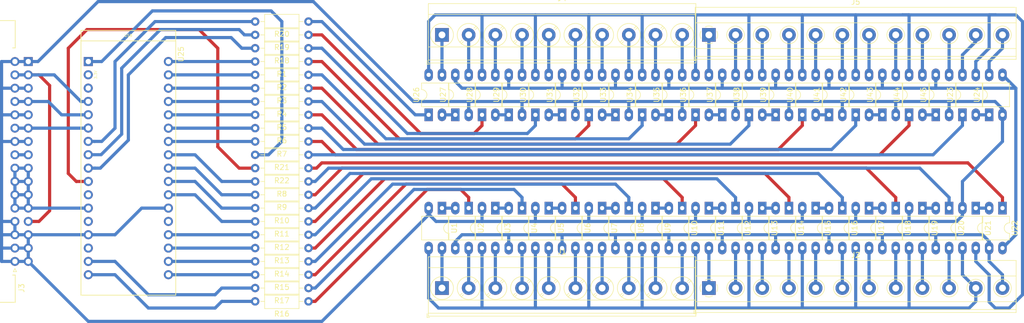
<source format=kicad_pcb>
(kicad_pcb (version 20171130) (host pcbnew "(5.1.2)-1")
  (layers (0 F.Cu signal hide) (31 B.Cu signal) (34 B.Paste user hide) (35 F.Paste user hide) (36 B.SilkS user hide) (37 F.SilkS user hide) (38 B.Mask user hide) (39 F.Mask user hide) (44 Edge.Cuts user hide))
  (net 0 "")
  (net 1 "Net-(J2-Pad10)")
  (net 2 "Net-(J2-Pad9)")
  (net 3 "Net-(J2-Pad8)")
  (net 4 "Net-(J2-Pad7)")
  (net 5 "Net-(J2-Pad6)")
  (net 6 "Net-(J2-Pad5)")
  (net 7 "Net-(J2-Pad4)")
  (net 8 "Net-(J2-Pad3)")
  (net 9 "Net-(J2-Pad2)")
  (net 10 "Net-(J2-Pad1)")
  (net 11 "Net-(J4-Pad10)")
  (net 12 "Net-(J4-Pad9)")
  (net 13 "Net-(J4-Pad8)")
  (net 14 "Net-(J4-Pad7)")
  (net 15 "Net-(J4-Pad6)")
  (net 16 "Net-(J4-Pad5)")
  (net 17 "Net-(J4-Pad4)")
  (net 18 "Net-(J4-Pad3)")
  (net 19 "Net-(J4-Pad2)")
  (net 20 "Net-(J4-Pad1)")
  (net 21 "Net-(U1-Pad1)")
  (net 22 GND)
  (net 23 "Net-(U11-Pad1)")
  (net 24 "Net-(U10-Pad2)")
  (net 25 "Net-(U23-Pad2)")
  (net 26 "Net-(U26-Pad2)")
  (net 27 "Net-(U30-Pad2)")
  (net 28 "Net-(U34-Pad2)")
  (net 29 /SENSE_LO)
  (net 30 "Net-(J5-Pad10)")
  (net 31 "Net-(J5-Pad9)")
  (net 32 "Net-(J5-Pad8)")
  (net 33 "Net-(J5-Pad7)")
  (net 34 "Net-(J5-Pad6)")
  (net 35 "Net-(J5-Pad5)")
  (net 36 "Net-(J5-Pad4)")
  (net 37 "Net-(J5-Pad3)")
  (net 38 "Net-(J5-Pad2)")
  (net 39 "Net-(J5-Pad1)")
  (net 40 STROBE)
  (net 41 CLK)
  (net 42 +5V)
  (net 43 DATA)
  (net 44 "Net-(U19-Pad1)")
  (net 45 "Net-(U15-Pad1)")
  (net 46 "Net-(U38-Pad2)")
  (net 47 "Net-(U42-Pad2)")
  (net 48 RESET)
  (net 49 "Net-(J1-Pad10)")
  (net 50 "Net-(J1-Pad9)")
  (net 51 "Net-(J1-Pad8)")
  (net 52 "Net-(J1-Pad7)")
  (net 53 "Net-(J1-Pad6)")
  (net 54 "Net-(J1-Pad5)")
  (net 55 "Net-(J1-Pad4)")
  (net 56 "Net-(J1-Pad3)")
  (net 57 "Net-(J1-Pad2)")
  (net 58 "Net-(J1-Pad1)")
  (net 59 "Net-(U13-Pad1)")
  (net 60 "Net-(U17-Pad1)")
  (net 61 "Net-(U21-Pad1)")
  (net 62 "Net-(U28-Pad2)")
  (net 63 "Net-(U32-Pad2)")
  (net 64 "Net-(U36-Pad2)")
  (net 65 "Net-(U40-Pad2)")
  (net 66 "Net-(U44-Pad2)")
  (net 67 "Net-(J2-Pad12)")
  (net 68 "Net-(J2-Pad11)")
  (net 69 "Net-(U3-Pad1)")
  (net 70 "Net-(U5-Pad1)")
  (net 71 "Net-(U7-Pad1)")
  (net 72 "Net-(U21-Pad4)")
  (net 73 "Net-(U22-Pad4)")
  (net 74 "Net-(R18-Pad2)")
  (net 75 "Net-(R19-Pad2)")
  (net 76 "Net-(R20-Pad2)")
  (net 77 "Net-(R14-Pad2)")
  (net 78 "Net-(R16-Pad2)")
  (net 79 "Net-(R1-Pad2)")
  (net 80 "Net-(R2-Pad2)")
  (net 81 "Net-(R3-Pad2)")
  (net 82 "Net-(R4-Pad2)")
  (net 83 "Net-(R5-Pad2)")
  (net 84 "Net-(R6-Pad2)")
  (net 85 "Net-(R7-Pad2)")
  (net 86 "Net-(R8-Pad2)")
  (net 87 "Net-(R9-Pad2)")
  (net 88 "Net-(R10-Pad2)")
  (net 89 "Net-(R11-Pad2)")
  (net 90 "Net-(R12-Pad2)")
  (net 91 "Net-(R13-Pad2)")
  (net 92 "Net-(R15-Pad2)")
  (net 93 "Net-(R17-Pad2)")
  (net 94 "Net-(J5-Pad12)")
  (net 95 CH1)
  (net 96 CH2)
  (net 97 CH3)
  (net 98 CH4)
  (net 99 CH5)
  (net 100 CH6)
  (net 101 CH7)
  (net 102 CH8)
  (net 103 CH9)
  (net 104 CH10)
  (net 105 CH11)
  (net 106 CH12)
  (net 107 CH13)
  (net 108 CH14)
  (net 109 CH15)
  (net 110 CH16)
  (net 111 CH17)
  (net 112 CH18)
  (net 113 CH19)
  (net 114 CH20)
  (net 115 BUSB_2_INPUT)
  (net 116 BUSB_2_SENSE)
  (net 117 "Net-(U25-Pad22)")
  (net 118 "Net-(U25-Pad15)")
  (net 119 "Net-(U25-Pad13)")
  (net 120 "Net-(U25-Pad11)")
  (net 121 "Net-(U25-Pad3)")
  (net 122 "Net-(U25-Pad2)")
  (net 123 "Net-(R21-Pad2)")
  (net 124 "Net-(R22-Pad2)")
  (module Resistor_THT:R_Axial_DIN0207_L6.3mm_D2.5mm_P10.16mm_Horizontal (layer F.Cu) (at 86.36 121.92 180)
    (fp_text reference R22 (at 5.08 -2.37) (layer F.SilkS))
    (fp_text value R)
    (pad 2 thru_hole oval (at 10.16 0 180) (size 1.6 1.6) (drill 0.8) (layers *.Cu *.Mask) (net 124 "Net-(R22-Pad2)"))
    (pad 1 thru_hole circle (at 0 0 180) (size 1.6 1.6) (drill 0.8) (layers *.Cu *.Mask) (net 115 BUSB_2_INPUT))
  )
  (module Resistor_THT:R_Axial_DIN0207_L6.3mm_D2.5mm_P10.16mm_Horizontal (layer F.Cu) (at 86.36 119.38 180)
    (fp_text reference R21 (at 5.08 -2.37) (layer F.SilkS))
    (fp_text value R)
    (pad 2 thru_hole oval (at 10.16 0 180) (size 1.6 1.6) (drill 0.8) (layers *.Cu *.Mask) (net 123 "Net-(R21-Pad2)"))
    (pad 1 thru_hole circle (at 0 0 180) (size 1.6 1.6) (drill 0.8) (layers *.Cu *.Mask) (net 116 BUSB_2_SENSE))
  )
  (module Resistor_THT:R_Axial_DIN0207_L6.3mm_D2.5mm_P10.16mm_Horizontal (layer F.Cu) (at 86.36 99.06 180)
    (fp_text reference R18 (at 5.08 -2.37) (layer F.SilkS))
    (fp_text value R)
    (pad 2 thru_hole oval (at 10.16 0 180) (size 1.6 1.6) (drill 0.8) (layers *.Cu *.Mask) (net 74 "Net-(R18-Pad2)"))
    (pad 1 thru_hole circle (at 0 0 180) (size 1.6 1.6) (drill 0.8) (layers *.Cu *.Mask) (net 107 CH13))
  )
  (module cozKiCadLibrary:Arduino_Micro_Socket_coz (layer F.Cu) (at 44.45 101.6 270)
    (fp_text reference U25 (at -1.397 -17.653 90) (layer F.SilkS))
    (fp_text value Arduino_Micro)
    (fp_text user USB (at -4.953 -7.62) (layer F.SilkS) (effects (font (size 0.5 0.5) (thickness 0.075))))
    (fp_text user 3.3V (at 2.523 -1.397 90) (layer F.SilkS) (effects (font (size 0.5 0.5) (thickness 0.075))))
    (pad 34 thru_hole oval (at 0 -15.24 270) (size 1.7272 1.7272) (drill 1.016) (layers *.Cu *.Mask) (net 79 "Net-(R1-Pad2)"))
    (pad 33 thru_hole oval (at 2.54 -15.24 270) (size 1.7272 1.7272) (drill 1.016) (layers *.Cu *.Mask) (net 80 "Net-(R2-Pad2)"))
    (pad 32 thru_hole oval (at 5.08 -15.24 270) (size 1.7272 1.7272) (drill 1.016) (layers *.Cu *.Mask) (net 81 "Net-(R3-Pad2)"))
    (pad 31 thru_hole oval (at 7.62 -15.24 270) (size 1.7272 1.7272) (drill 1.016) (layers *.Cu *.Mask) (net 82 "Net-(R4-Pad2)"))
    (pad 30 thru_hole oval (at 10.16 -15.24 270) (size 1.7272 1.7272) (drill 1.016) (layers *.Cu *.Mask) (net 83 "Net-(R5-Pad2)"))
    (pad 29 thru_hole oval (at 12.7 -15.24 270) (size 1.7272 1.7272) (drill 1.016) (layers *.Cu *.Mask) (net 84 "Net-(R6-Pad2)"))
    (pad 28 thru_hole oval (at 15.24 -15.24 270) (size 1.7272 1.7272) (drill 1.016) (layers *.Cu *.Mask) (net 85 "Net-(R7-Pad2)"))
    (pad 27 thru_hole oval (at 17.78 -15.24 270) (size 1.7272 1.7272) (drill 1.016) (layers *.Cu *.Mask) (net 86 "Net-(R8-Pad2)"))
    (pad 26 thru_hole oval (at 20.32 -15.24 270) (size 1.7272 1.7272) (drill 1.016) (layers *.Cu *.Mask) (net 87 "Net-(R9-Pad2)"))
    (pad 25 thru_hole oval (at 22.86 -15.24 270) (size 1.7272 1.7272) (drill 1.016) (layers *.Cu *.Mask) (net 88 "Net-(R10-Pad2)"))
    (pad 24 thru_hole oval (at 25.4 -15.24 270) (size 1.7272 1.7272) (drill 1.016) (layers *.Cu *.Mask) (net 89 "Net-(R11-Pad2)"))
    (pad 23 thru_hole oval (at 27.94 -15.24 270) (size 1.7272 1.7272) (drill 1.016) (layers *.Cu *.Mask) (net 22 GND))
    (pad 22 thru_hole oval (at 30.48 -15.24 270) (size 1.7272 1.7272) (drill 1.016) (layers *.Cu *.Mask) (net 117 "Net-(U25-Pad22)"))
    (pad 21 thru_hole oval (at 33.02 -15.24 270) (size 1.7272 1.7272) (drill 1.016) (layers *.Cu *.Mask) (net 90 "Net-(R12-Pad2)"))
    (pad 20 thru_hole oval (at 35.56 -15.24 270) (size 1.7272 1.7272) (drill 1.016) (layers *.Cu *.Mask) (net 91 "Net-(R13-Pad2)"))
    (pad 19 thru_hole oval (at 38.1 -15.24 270) (size 1.7272 1.7272) (drill 1.016) (layers *.Cu *.Mask) (net 77 "Net-(R14-Pad2)"))
    (pad 18 thru_hole oval (at 40.64 -15.24 270) (size 1.7272 1.7272) (drill 1.016) (layers *.Cu *.Mask) (net 92 "Net-(R15-Pad2)"))
    (pad 17 thru_hole oval (at 40.64 0 270) (size 1.7272 1.7272) (drill 1.016) (layers *.Cu *.Mask) (net 78 "Net-(R16-Pad2)"))
    (pad 16 thru_hole oval (at 38.1 0 270) (size 1.7272 1.7272) (drill 1.016) (layers *.Cu *.Mask) (net 93 "Net-(R17-Pad2)"))
    (pad 15 thru_hole oval (at 35.56 0 270) (size 1.7272 1.7272) (drill 1.016) (layers *.Cu *.Mask) (net 118 "Net-(U25-Pad15)"))
    (pad 14 thru_hole oval (at 33.02 0 270) (size 1.7272 1.7272) (drill 1.016) (layers *.Cu *.Mask) (net 22 GND))
    (pad 13 thru_hole oval (at 30.48 0 270) (size 1.7272 1.7272) (drill 1.016) (layers *.Cu *.Mask) (net 119 "Net-(U25-Pad13)"))
    (pad 12 thru_hole oval (at 27.94 0 270) (size 1.7272 1.7272) (drill 1.016) (layers *.Cu *.Mask) (net 42 +5V))
    (pad 11 thru_hole oval (at 25.4 0 270) (size 1.7272 1.7272) (drill 1.016) (layers *.Cu *.Mask) (net 120 "Net-(U25-Pad11)"))
    (pad 10 thru_hole oval (at 22.86 0 270) (size 1.7272 1.7272) (drill 1.016) (layers *.Cu *.Mask) (net 124 "Net-(R22-Pad2)"))
    (pad 9 thru_hole oval (at 20.32 0 270) (size 1.7272 1.7272) (drill 1.016) (layers *.Cu *.Mask) (net 74 "Net-(R18-Pad2)"))
    (pad 8 thru_hole oval (at 17.763 0.017 270) (size 1.7272 1.7272) (drill 1.016) (layers *.Cu *.Mask) (net 75 "Net-(R19-Pad2)"))
    (pad 7 thru_hole oval (at 15.223 0.017 270) (size 1.7272 1.7272) (drill 1.016) (layers *.Cu *.Mask) (net 76 "Net-(R20-Pad2)"))
    (pad 6 thru_hole oval (at 12.683 0.017 270) (size 1.7272 1.7272) (drill 1.016) (layers *.Cu *.Mask) (net 40 STROBE))
    (pad 5 thru_hole oval (at 10.143 0.017 270) (size 1.7272 1.7272) (drill 1.016) (layers *.Cu *.Mask) (net 41 CLK))
    (pad 3 thru_hole oval (at 5.063 0.017 270) (size 1.7272 1.7272) (drill 1.016) (layers *.Cu *.Mask) (net 121 "Net-(U25-Pad3)"))
    (pad "" np_thru_hole circle (at -2.557 0.017 270) (size 1.016 1.016) (drill 1.016) (layers *.Cu *.Mask))
    (pad 2 thru_hole oval (at 2.523 0.017 270) (size 1.7272 1.7272) (drill 1.016) (layers *.Cu *.Mask) (net 122 "Net-(U25-Pad2)"))
    (pad 4 thru_hole oval (at 7.603 0.017 270) (size 1.7272 1.7272) (drill 1.016) (layers *.Cu *.Mask) (net 43 DATA))
    (pad 1 thru_hole rect (at 0 0 270) (size 1.7272 1.7272) (drill 1.016) (layers *.Cu *.Mask) (net 123 "Net-(R21-Pad2)"))
    (pad "" np_thru_hole circle (at 43.163 0.017 270) (size 1.016 1.016) (drill 1.016) (layers *.Cu *.Mask))
    (pad "" np_thru_hole circle (at -2.557 -15.223 270) (size 1.016 1.016) (drill 1.016) (layers *.Cu *.Mask))
    (pad "" np_thru_hole circle (at 43.163 -15.223 270) (size 1.016 1.016) (drill 1.016) (layers *.Cu *.Mask))
  )
  (module cozKiCadLibrary:DIP-4_W7.62mm_LongPads_coz (layer F.Cu) (at 205.74 111.76 90)
    (fp_text reference U45 (at 3.81 -2.33 90) (layer F.SilkS))
    (fp_text value TLP3558)
    (pad 4 thru_hole oval (at 7.62 0 90) (size 2.4 1.6) (drill 0.8) (layers *.Cu *.Mask) (net 73 "Net-(U22-Pad4)"))
    (pad 2 thru_hole oval (at 0 2.54 90) (size 2.4 1.6) (drill 0.8) (layers *.Cu *.Mask) (net 22 GND))
    (pad 3 thru_hole oval (at 7.62 2.54 90) (size 2.4 1.6) (drill 0.8) (layers *.Cu *.Mask) (net 30 "Net-(J5-Pad10)"))
    (pad 1 thru_hole rect (at 0 0 90) (size 2.4 1.6) (drill 0.8) (layers *.Cu *.Mask) (net 66 "Net-(U44-Pad2)"))
  )
  (module cozKiCadLibrary:DIP-4_W7.62mm_LongPads_coz (layer F.Cu) (at 200.66 111.76 90)
    (fp_text reference U44 (at 3.81 -2.33 90) (layer F.SilkS))
    (fp_text value TLP3558)
    (pad 4 thru_hole oval (at 7.62 0 90) (size 2.4 1.6) (drill 0.8) (layers *.Cu *.Mask) (net 72 "Net-(U21-Pad4)"))
    (pad 2 thru_hole oval (at 0 2.54 90) (size 2.4 1.6) (drill 0.8) (layers *.Cu *.Mask) (net 66 "Net-(U44-Pad2)"))
    (pad 3 thru_hole oval (at 7.62 2.54 90) (size 2.4 1.6) (drill 0.8) (layers *.Cu *.Mask) (net 31 "Net-(J5-Pad9)"))
    (pad 1 thru_hole rect (at 0 0 90) (size 2.4 1.6) (drill 0.8) (layers *.Cu *.Mask) (net 114 CH20))
  )
  (module cozKiCadLibrary:DIP-4_W7.62mm_LongPads_coz (layer F.Cu) (at 195.58 111.76 90)
    (fp_text reference U43 (at 3.81 -2.33 90) (layer F.SilkS))
    (fp_text value TLP3558)
    (pad 4 thru_hole oval (at 7.62 0 90) (size 2.4 1.6) (drill 0.8) (layers *.Cu *.Mask) (net 73 "Net-(U22-Pad4)"))
    (pad 2 thru_hole oval (at 0 2.54 90) (size 2.4 1.6) (drill 0.8) (layers *.Cu *.Mask) (net 22 GND))
    (pad 3 thru_hole oval (at 7.62 2.54 90) (size 2.4 1.6) (drill 0.8) (layers *.Cu *.Mask) (net 32 "Net-(J5-Pad8)"))
    (pad 1 thru_hole rect (at 0 0 90) (size 2.4 1.6) (drill 0.8) (layers *.Cu *.Mask) (net 47 "Net-(U42-Pad2)"))
  )
  (module cozKiCadLibrary:DIP-4_W7.62mm_LongPads_coz (layer F.Cu) (at 190.5 111.76 90)
    (fp_text reference U42 (at 3.81 -2.33 90) (layer F.SilkS))
    (fp_text value TLP3558)
    (pad 4 thru_hole oval (at 7.62 0 90) (size 2.4 1.6) (drill 0.8) (layers *.Cu *.Mask) (net 72 "Net-(U21-Pad4)"))
    (pad 2 thru_hole oval (at 0 2.54 90) (size 2.4 1.6) (drill 0.8) (layers *.Cu *.Mask) (net 47 "Net-(U42-Pad2)"))
    (pad 3 thru_hole oval (at 7.62 2.54 90) (size 2.4 1.6) (drill 0.8) (layers *.Cu *.Mask) (net 33 "Net-(J5-Pad7)"))
    (pad 1 thru_hole rect (at 0 0 90) (size 2.4 1.6) (drill 0.8) (layers *.Cu *.Mask) (net 113 CH19))
  )
  (module cozKiCadLibrary:DIP-4_W7.62mm_LongPads_coz (layer F.Cu) (at 185.42 111.76 90)
    (fp_text reference U41 (at 3.81 -2.33 90) (layer F.SilkS))
    (fp_text value TLP3558)
    (pad 4 thru_hole oval (at 7.62 0 90) (size 2.4 1.6) (drill 0.8) (layers *.Cu *.Mask) (net 73 "Net-(U22-Pad4)"))
    (pad 2 thru_hole oval (at 0 2.54 90) (size 2.4 1.6) (drill 0.8) (layers *.Cu *.Mask) (net 22 GND))
    (pad 3 thru_hole oval (at 7.62 2.54 90) (size 2.4 1.6) (drill 0.8) (layers *.Cu *.Mask) (net 34 "Net-(J5-Pad6)"))
    (pad 1 thru_hole rect (at 0 0 90) (size 2.4 1.6) (drill 0.8) (layers *.Cu *.Mask) (net 65 "Net-(U40-Pad2)"))
  )
  (module cozKiCadLibrary:DIP-4_W7.62mm_LongPads_coz (layer F.Cu) (at 180.34 111.76 90)
    (fp_text reference U40 (at 3.81 -2.33 90) (layer F.SilkS))
    (fp_text value TLP3558)
    (pad 4 thru_hole oval (at 7.62 0 90) (size 2.4 1.6) (drill 0.8) (layers *.Cu *.Mask) (net 72 "Net-(U21-Pad4)"))
    (pad 2 thru_hole oval (at 0 2.54 90) (size 2.4 1.6) (drill 0.8) (layers *.Cu *.Mask) (net 65 "Net-(U40-Pad2)"))
    (pad 3 thru_hole oval (at 7.62 2.54 90) (size 2.4 1.6) (drill 0.8) (layers *.Cu *.Mask) (net 35 "Net-(J5-Pad5)"))
    (pad 1 thru_hole rect (at 0 0 90) (size 2.4 1.6) (drill 0.8) (layers *.Cu *.Mask) (net 112 CH18))
  )
  (module cozKiCadLibrary:DIP-4_W7.62mm_LongPads_coz (layer F.Cu) (at 175.26 111.76 90)
    (fp_text reference U39 (at 3.81 -2.33 90) (layer F.SilkS))
    (fp_text value TLP3558)
    (pad 4 thru_hole oval (at 7.62 0 90) (size 2.4 1.6) (drill 0.8) (layers *.Cu *.Mask) (net 73 "Net-(U22-Pad4)"))
    (pad 2 thru_hole oval (at 0 2.54 90) (size 2.4 1.6) (drill 0.8) (layers *.Cu *.Mask) (net 22 GND))
    (pad 3 thru_hole oval (at 7.62 2.54 90) (size 2.4 1.6) (drill 0.8) (layers *.Cu *.Mask) (net 36 "Net-(J5-Pad4)"))
    (pad 1 thru_hole rect (at 0 0 90) (size 2.4 1.6) (drill 0.8) (layers *.Cu *.Mask) (net 46 "Net-(U38-Pad2)"))
  )
  (module cozKiCadLibrary:DIP-4_W7.62mm_LongPads_coz (layer F.Cu) (at 170.18 111.76 90)
    (fp_text reference U38 (at 3.81 -2.33 90) (layer F.SilkS))
    (fp_text value TLP3558)
    (pad 4 thru_hole oval (at 7.62 0 90) (size 2.4 1.6) (drill 0.8) (layers *.Cu *.Mask) (net 72 "Net-(U21-Pad4)"))
    (pad 2 thru_hole oval (at 0 2.54 90) (size 2.4 1.6) (drill 0.8) (layers *.Cu *.Mask) (net 46 "Net-(U38-Pad2)"))
    (pad 3 thru_hole oval (at 7.62 2.54 90) (size 2.4 1.6) (drill 0.8) (layers *.Cu *.Mask) (net 37 "Net-(J5-Pad3)"))
    (pad 1 thru_hole rect (at 0 0 90) (size 2.4 1.6) (drill 0.8) (layers *.Cu *.Mask) (net 111 CH17))
  )
  (module cozKiCadLibrary:DIP-4_W7.62mm_LongPads_coz (layer F.Cu) (at 165.1 111.76 90)
    (fp_text reference U37 (at 3.81 -2.33 90) (layer F.SilkS))
    (fp_text value TLP3558)
    (pad 4 thru_hole oval (at 7.62 0 90) (size 2.4 1.6) (drill 0.8) (layers *.Cu *.Mask) (net 73 "Net-(U22-Pad4)"))
    (pad 2 thru_hole oval (at 0 2.54 90) (size 2.4 1.6) (drill 0.8) (layers *.Cu *.Mask) (net 22 GND))
    (pad 3 thru_hole oval (at 7.62 2.54 90) (size 2.4 1.6) (drill 0.8) (layers *.Cu *.Mask) (net 38 "Net-(J5-Pad2)"))
    (pad 1 thru_hole rect (at 0 0 90) (size 2.4 1.6) (drill 0.8) (layers *.Cu *.Mask) (net 64 "Net-(U36-Pad2)"))
  )
  (module cozKiCadLibrary:DIP-4_W7.62mm_LongPads_coz (layer F.Cu) (at 160.02 111.76 90)
    (fp_text reference U36 (at 3.81 -2.33 90) (layer F.SilkS))
    (fp_text value TLP3558)
    (pad 4 thru_hole oval (at 7.62 0 90) (size 2.4 1.6) (drill 0.8) (layers *.Cu *.Mask) (net 72 "Net-(U21-Pad4)"))
    (pad 2 thru_hole oval (at 0 2.54 90) (size 2.4 1.6) (drill 0.8) (layers *.Cu *.Mask) (net 64 "Net-(U36-Pad2)"))
    (pad 3 thru_hole oval (at 7.62 2.54 90) (size 2.4 1.6) (drill 0.8) (layers *.Cu *.Mask) (net 39 "Net-(J5-Pad1)"))
    (pad 1 thru_hole rect (at 0 0 90) (size 2.4 1.6) (drill 0.8) (layers *.Cu *.Mask) (net 110 CH16))
  )
  (module cozKiCadLibrary:DIP-4_W7.62mm_LongPads_coz (layer F.Cu) (at 154.94 111.76 90)
    (fp_text reference U35 (at 3.81 -2.33 90) (layer F.SilkS))
    (fp_text value TLP3558)
    (pad 4 thru_hole oval (at 7.62 0 90) (size 2.4 1.6) (drill 0.8) (layers *.Cu *.Mask) (net 73 "Net-(U22-Pad4)"))
    (pad 2 thru_hole oval (at 0 2.54 90) (size 2.4 1.6) (drill 0.8) (layers *.Cu *.Mask) (net 22 GND))
    (pad 3 thru_hole oval (at 7.62 2.54 90) (size 2.4 1.6) (drill 0.8) (layers *.Cu *.Mask) (net 11 "Net-(J4-Pad10)"))
    (pad 1 thru_hole rect (at 0 0 90) (size 2.4 1.6) (drill 0.8) (layers *.Cu *.Mask) (net 28 "Net-(U34-Pad2)"))
  )
  (module cozKiCadLibrary:DIP-4_W7.62mm_LongPads_coz (layer F.Cu) (at 149.86 111.76 90)
    (fp_text reference U34 (at 3.81 -2.33 90) (layer F.SilkS))
    (fp_text value TLP3558)
    (pad 4 thru_hole oval (at 7.62 0 90) (size 2.4 1.6) (drill 0.8) (layers *.Cu *.Mask) (net 72 "Net-(U21-Pad4)"))
    (pad 2 thru_hole oval (at 0 2.54 90) (size 2.4 1.6) (drill 0.8) (layers *.Cu *.Mask) (net 28 "Net-(U34-Pad2)"))
    (pad 3 thru_hole oval (at 7.62 2.54 90) (size 2.4 1.6) (drill 0.8) (layers *.Cu *.Mask) (net 12 "Net-(J4-Pad9)"))
    (pad 1 thru_hole rect (at 0 0 90) (size 2.4 1.6) (drill 0.8) (layers *.Cu *.Mask) (net 109 CH15))
  )
  (module cozKiCadLibrary:DIP-4_W7.62mm_LongPads_coz (layer F.Cu) (at 144.78 111.76 90)
    (fp_text reference U33 (at 3.81 -2.33 90) (layer F.SilkS))
    (fp_text value TLP3558)
    (pad 4 thru_hole oval (at 7.62 0 90) (size 2.4 1.6) (drill 0.8) (layers *.Cu *.Mask) (net 73 "Net-(U22-Pad4)"))
    (pad 2 thru_hole oval (at 0 2.54 90) (size 2.4 1.6) (drill 0.8) (layers *.Cu *.Mask) (net 22 GND))
    (pad 3 thru_hole oval (at 7.62 2.54 90) (size 2.4 1.6) (drill 0.8) (layers *.Cu *.Mask) (net 13 "Net-(J4-Pad8)"))
    (pad 1 thru_hole rect (at 0 0 90) (size 2.4 1.6) (drill 0.8) (layers *.Cu *.Mask) (net 63 "Net-(U32-Pad2)"))
  )
  (module cozKiCadLibrary:DIP-4_W7.62mm_LongPads_coz (layer F.Cu) (at 139.7 111.76 90)
    (fp_text reference U32 (at 3.81 -2.33 90) (layer F.SilkS))
    (fp_text value TLP3558)
    (pad 4 thru_hole oval (at 7.62 0 90) (size 2.4 1.6) (drill 0.8) (layers *.Cu *.Mask) (net 72 "Net-(U21-Pad4)"))
    (pad 2 thru_hole oval (at 0 2.54 90) (size 2.4 1.6) (drill 0.8) (layers *.Cu *.Mask) (net 63 "Net-(U32-Pad2)"))
    (pad 3 thru_hole oval (at 7.62 2.54 90) (size 2.4 1.6) (drill 0.8) (layers *.Cu *.Mask) (net 14 "Net-(J4-Pad7)"))
    (pad 1 thru_hole rect (at 0 0 90) (size 2.4 1.6) (drill 0.8) (layers *.Cu *.Mask) (net 108 CH14))
  )
  (module cozKiCadLibrary:DIP-4_W7.62mm_LongPads_coz (layer F.Cu) (at 134.62 111.76 90)
    (fp_text reference U31 (at 3.81 -2.33 90) (layer F.SilkS))
    (fp_text value TLP3558)
    (pad 4 thru_hole oval (at 7.62 0 90) (size 2.4 1.6) (drill 0.8) (layers *.Cu *.Mask) (net 73 "Net-(U22-Pad4)"))
    (pad 2 thru_hole oval (at 0 2.54 90) (size 2.4 1.6) (drill 0.8) (layers *.Cu *.Mask) (net 22 GND))
    (pad 3 thru_hole oval (at 7.62 2.54 90) (size 2.4 1.6) (drill 0.8) (layers *.Cu *.Mask) (net 15 "Net-(J4-Pad6)"))
    (pad 1 thru_hole rect (at 0 0 90) (size 2.4 1.6) (drill 0.8) (layers *.Cu *.Mask) (net 27 "Net-(U30-Pad2)"))
  )
  (module cozKiCadLibrary:DIP-4_W7.62mm_LongPads_coz (layer F.Cu) (at 129.54 111.76 90)
    (fp_text reference U30 (at 3.81 -2.33 90) (layer F.SilkS))
    (fp_text value TLP3558)
    (pad 4 thru_hole oval (at 7.62 0 90) (size 2.4 1.6) (drill 0.8) (layers *.Cu *.Mask) (net 72 "Net-(U21-Pad4)"))
    (pad 2 thru_hole oval (at 0 2.54 90) (size 2.4 1.6) (drill 0.8) (layers *.Cu *.Mask) (net 27 "Net-(U30-Pad2)"))
    (pad 3 thru_hole oval (at 7.62 2.54 90) (size 2.4 1.6) (drill 0.8) (layers *.Cu *.Mask) (net 16 "Net-(J4-Pad5)"))
    (pad 1 thru_hole rect (at 0 0 90) (size 2.4 1.6) (drill 0.8) (layers *.Cu *.Mask) (net 107 CH13))
  )
  (module cozKiCadLibrary:DIP-4_W7.62mm_LongPads_coz (layer F.Cu) (at 124.46 111.76 90)
    (fp_text reference U29 (at 3.81 -2.33 90) (layer F.SilkS))
    (fp_text value TLP3558)
    (pad 4 thru_hole oval (at 7.62 0 90) (size 2.4 1.6) (drill 0.8) (layers *.Cu *.Mask) (net 73 "Net-(U22-Pad4)"))
    (pad 2 thru_hole oval (at 0 2.54 90) (size 2.4 1.6) (drill 0.8) (layers *.Cu *.Mask) (net 22 GND))
    (pad 3 thru_hole oval (at 7.62 2.54 90) (size 2.4 1.6) (drill 0.8) (layers *.Cu *.Mask) (net 17 "Net-(J4-Pad4)"))
    (pad 1 thru_hole rect (at 0 0 90) (size 2.4 1.6) (drill 0.8) (layers *.Cu *.Mask) (net 62 "Net-(U28-Pad2)"))
  )
  (module cozKiCadLibrary:DIP-4_W7.62mm_LongPads_coz (layer F.Cu) (at 119.38 111.76 90)
    (fp_text reference U28 (at 3.81 -2.33 90) (layer F.SilkS))
    (fp_text value TLP3558)
    (pad 4 thru_hole oval (at 7.62 0 90) (size 2.4 1.6) (drill 0.8) (layers *.Cu *.Mask) (net 72 "Net-(U21-Pad4)"))
    (pad 2 thru_hole oval (at 0 2.54 90) (size 2.4 1.6) (drill 0.8) (layers *.Cu *.Mask) (net 62 "Net-(U28-Pad2)"))
    (pad 3 thru_hole oval (at 7.62 2.54 90) (size 2.4 1.6) (drill 0.8) (layers *.Cu *.Mask) (net 18 "Net-(J4-Pad3)"))
    (pad 1 thru_hole rect (at 0 0 90) (size 2.4 1.6) (drill 0.8) (layers *.Cu *.Mask) (net 106 CH12))
  )
  (module cozKiCadLibrary:DIP-4_W7.62mm_LongPads_coz (layer F.Cu) (at 114.3 111.76 90)
    (fp_text reference U27 (at 3.81 -2.33 90) (layer F.SilkS))
    (fp_text value TLP3558)
    (pad 4 thru_hole oval (at 7.62 0 90) (size 2.4 1.6) (drill 0.8) (layers *.Cu *.Mask) (net 73 "Net-(U22-Pad4)"))
    (pad 2 thru_hole oval (at 0 2.54 90) (size 2.4 1.6) (drill 0.8) (layers *.Cu *.Mask) (net 22 GND))
    (pad 3 thru_hole oval (at 7.62 2.54 90) (size 2.4 1.6) (drill 0.8) (layers *.Cu *.Mask) (net 19 "Net-(J4-Pad2)"))
    (pad 1 thru_hole rect (at 0 0 90) (size 2.4 1.6) (drill 0.8) (layers *.Cu *.Mask) (net 26 "Net-(U26-Pad2)"))
  )
  (module cozKiCadLibrary:DIP-4_W7.62mm_LongPads_coz (layer F.Cu) (at 109.22 111.76 90)
    (fp_text reference U26 (at 3.81 -2.33 90) (layer F.SilkS))
    (fp_text value TLP3558)
    (pad 4 thru_hole oval (at 7.62 0 90) (size 2.4 1.6) (drill 0.8) (layers *.Cu *.Mask) (net 72 "Net-(U21-Pad4)"))
    (pad 2 thru_hole oval (at 0 2.54 90) (size 2.4 1.6) (drill 0.8) (layers *.Cu *.Mask) (net 26 "Net-(U26-Pad2)"))
    (pad 3 thru_hole oval (at 7.62 2.54 90) (size 2.4 1.6) (drill 0.8) (layers *.Cu *.Mask) (net 20 "Net-(J4-Pad1)"))
    (pad 1 thru_hole rect (at 0 0 90) (size 2.4 1.6) (drill 0.8) (layers *.Cu *.Mask) (net 105 CH11))
  )
  (module cozKiCadLibrary:DIP-4_W7.62mm_LongPads_coz (layer F.Cu) (at 215.9 111.76 90)
    (fp_text reference U24 (at 3.81 -2.33 90) (layer F.SilkS))
    (fp_text value TLP3558)
    (pad 4 thru_hole oval (at 7.62 0 90) (size 2.4 1.6) (drill 0.8) (layers *.Cu *.Mask) (net 94 "Net-(J5-Pad12)"))
    (pad 2 thru_hole oval (at 0 2.54 90) (size 2.4 1.6) (drill 0.8) (layers *.Cu *.Mask) (net 22 GND))
    (pad 3 thru_hole oval (at 7.62 2.54 90) (size 2.4 1.6) (drill 0.8) (layers *.Cu *.Mask) (net 73 "Net-(U22-Pad4)"))
    (pad 1 thru_hole rect (at 0 0 90) (size 2.4 1.6) (drill 0.8) (layers *.Cu *.Mask) (net 25 "Net-(U23-Pad2)"))
  )
  (module cozKiCadLibrary:DIP-4_W7.62mm_LongPads_coz (layer F.Cu) (at 210.82 111.76 90)
    (fp_text reference U23 (at 3.81 -2.33 90) (layer F.SilkS))
    (fp_text value TLP3558)
    (pad 4 thru_hole oval (at 7.62 0 90) (size 2.4 1.6) (drill 0.8) (layers *.Cu *.Mask) (net 29 /SENSE_LO))
    (pad 2 thru_hole oval (at 0 2.54 90) (size 2.4 1.6) (drill 0.8) (layers *.Cu *.Mask) (net 25 "Net-(U23-Pad2)"))
    (pad 3 thru_hole oval (at 7.62 2.54 90) (size 2.4 1.6) (drill 0.8) (layers *.Cu *.Mask) (net 72 "Net-(U21-Pad4)"))
    (pad 1 thru_hole rect (at 0 0 90) (size 2.4 1.6) (drill 0.8) (layers *.Cu *.Mask) (net 116 BUSB_2_SENSE))
  )
  (module cozKiCadLibrary:DIP-4_W7.62mm_LongPads_coz (layer F.Cu) (at 218.44 129.54 270)
    (fp_text reference U22 (at 3.81 -2.33 90) (layer F.SilkS))
    (fp_text value TLP3558)
    (pad 4 thru_hole oval (at 7.62 0 270) (size 2.4 1.6) (drill 0.8) (layers *.Cu *.Mask) (net 73 "Net-(U22-Pad4)"))
    (pad 2 thru_hole oval (at 0 2.54 270) (size 2.4 1.6) (drill 0.8) (layers *.Cu *.Mask) (net 61 "Net-(U21-Pad1)"))
    (pad 3 thru_hole oval (at 7.62 2.54 270) (size 2.4 1.6) (drill 0.8) (layers *.Cu *.Mask) (net 67 "Net-(J2-Pad12)"))
    (pad 1 thru_hole rect (at 0 0 270) (size 2.4 1.6) (drill 0.8) (layers *.Cu *.Mask) (net 115 BUSB_2_INPUT))
  )
  (module cozKiCadLibrary:DIP-4_W7.62mm_LongPads_coz (layer F.Cu) (at 213.36 129.54 270)
    (fp_text reference U21 (at 3.81 -2.33 90) (layer F.SilkS))
    (fp_text value TLP3558)
    (pad 4 thru_hole oval (at 7.62 0 270) (size 2.4 1.6) (drill 0.8) (layers *.Cu *.Mask) (net 72 "Net-(U21-Pad4)"))
    (pad 2 thru_hole oval (at 0 2.54 270) (size 2.4 1.6) (drill 0.8) (layers *.Cu *.Mask) (net 22 GND))
    (pad 3 thru_hole oval (at 7.62 2.54 270) (size 2.4 1.6) (drill 0.8) (layers *.Cu *.Mask) (net 68 "Net-(J2-Pad11)"))
    (pad 1 thru_hole rect (at 0 0 270) (size 2.4 1.6) (drill 0.8) (layers *.Cu *.Mask) (net 61 "Net-(U21-Pad1)"))
  )
  (module cozKiCadLibrary:DIP-4_W7.62mm_LongPads_coz (layer F.Cu) (at 208.28 129.54 270)
    (fp_text reference U20 (at 3.81 -2.33 90) (layer F.SilkS))
    (fp_text value TLP3558)
    (pad 4 thru_hole oval (at 7.62 0 270) (size 2.4 1.6) (drill 0.8) (layers *.Cu *.Mask) (net 1 "Net-(J2-Pad10)"))
    (pad 2 thru_hole oval (at 0 2.54 270) (size 2.4 1.6) (drill 0.8) (layers *.Cu *.Mask) (net 44 "Net-(U19-Pad1)"))
    (pad 3 thru_hole oval (at 7.62 2.54 270) (size 2.4 1.6) (drill 0.8) (layers *.Cu *.Mask) (net 67 "Net-(J2-Pad12)"))
    (pad 1 thru_hole rect (at 0 0 270) (size 2.4 1.6) (drill 0.8) (layers *.Cu *.Mask) (net 104 CH10))
  )
  (module cozKiCadLibrary:DIP-4_W7.62mm_LongPads_coz (layer F.Cu) (at 203.2 129.54 270)
    (fp_text reference U19 (at 3.81 -2.33 90) (layer F.SilkS))
    (fp_text value TLP3558)
    (pad 4 thru_hole oval (at 7.62 0 270) (size 2.4 1.6) (drill 0.8) (layers *.Cu *.Mask) (net 2 "Net-(J2-Pad9)"))
    (pad 2 thru_hole oval (at 0 2.54 270) (size 2.4 1.6) (drill 0.8) (layers *.Cu *.Mask) (net 22 GND))
    (pad 3 thru_hole oval (at 7.62 2.54 270) (size 2.4 1.6) (drill 0.8) (layers *.Cu *.Mask) (net 68 "Net-(J2-Pad11)"))
    (pad 1 thru_hole rect (at 0 0 270) (size 2.4 1.6) (drill 0.8) (layers *.Cu *.Mask) (net 44 "Net-(U19-Pad1)"))
  )
  (module cozKiCadLibrary:DIP-4_W7.62mm_LongPads_coz (layer F.Cu) (at 198.12 129.54 270)
    (fp_text reference U18 (at 3.81 -2.33 90) (layer F.SilkS))
    (fp_text value TLP3558)
    (pad 4 thru_hole oval (at 7.62 0 270) (size 2.4 1.6) (drill 0.8) (layers *.Cu *.Mask) (net 3 "Net-(J2-Pad8)"))
    (pad 2 thru_hole oval (at 0 2.54 270) (size 2.4 1.6) (drill 0.8) (layers *.Cu *.Mask) (net 60 "Net-(U17-Pad1)"))
    (pad 3 thru_hole oval (at 7.62 2.54 270) (size 2.4 1.6) (drill 0.8) (layers *.Cu *.Mask) (net 67 "Net-(J2-Pad12)"))
    (pad 1 thru_hole rect (at 0 0 270) (size 2.4 1.6) (drill 0.8) (layers *.Cu *.Mask) (net 103 CH9))
  )
  (module cozKiCadLibrary:DIP-4_W7.62mm_LongPads_coz (layer F.Cu) (at 193.04 129.54 270)
    (fp_text reference U17 (at 3.81 -2.33 90) (layer F.SilkS))
    (fp_text value TLP3558)
    (pad 4 thru_hole oval (at 7.62 0 270) (size 2.4 1.6) (drill 0.8) (layers *.Cu *.Mask) (net 4 "Net-(J2-Pad7)"))
    (pad 2 thru_hole oval (at 0 2.54 270) (size 2.4 1.6) (drill 0.8) (layers *.Cu *.Mask) (net 22 GND))
    (pad 3 thru_hole oval (at 7.62 2.54 270) (size 2.4 1.6) (drill 0.8) (layers *.Cu *.Mask) (net 68 "Net-(J2-Pad11)"))
    (pad 1 thru_hole rect (at 0 0 270) (size 2.4 1.6) (drill 0.8) (layers *.Cu *.Mask) (net 60 "Net-(U17-Pad1)"))
  )
  (module cozKiCadLibrary:DIP-4_W7.62mm_LongPads_coz (layer F.Cu) (at 187.96 129.54 270)
    (fp_text reference U16 (at 3.81 -2.33 90) (layer F.SilkS))
    (fp_text value TLP3558)
    (pad 4 thru_hole oval (at 7.62 0 270) (size 2.4 1.6) (drill 0.8) (layers *.Cu *.Mask) (net 5 "Net-(J2-Pad6)"))
    (pad 2 thru_hole oval (at 0 2.54 270) (size 2.4 1.6) (drill 0.8) (layers *.Cu *.Mask) (net 45 "Net-(U15-Pad1)"))
    (pad 3 thru_hole oval (at 7.62 2.54 270) (size 2.4 1.6) (drill 0.8) (layers *.Cu *.Mask) (net 67 "Net-(J2-Pad12)"))
    (pad 1 thru_hole rect (at 0 0 270) (size 2.4 1.6) (drill 0.8) (layers *.Cu *.Mask) (net 102 CH8))
  )
  (module cozKiCadLibrary:DIP-4_W7.62mm_LongPads_coz (layer F.Cu) (at 182.88 129.54 270)
    (fp_text reference U15 (at 3.81 -2.33 90) (layer F.SilkS))
    (fp_text value TLP3558)
    (pad 4 thru_hole oval (at 7.62 0 270) (size 2.4 1.6) (drill 0.8) (layers *.Cu *.Mask) (net 6 "Net-(J2-Pad5)"))
    (pad 2 thru_hole oval (at 0 2.54 270) (size 2.4 1.6) (drill 0.8) (layers *.Cu *.Mask) (net 22 GND))
    (pad 3 thru_hole oval (at 7.62 2.54 270) (size 2.4 1.6) (drill 0.8) (layers *.Cu *.Mask) (net 68 "Net-(J2-Pad11)"))
    (pad 1 thru_hole rect (at 0 0 270) (size 2.4 1.6) (drill 0.8) (layers *.Cu *.Mask) (net 45 "Net-(U15-Pad1)"))
  )
  (module cozKiCadLibrary:DIP-4_W7.62mm_LongPads_coz (layer F.Cu) (at 177.8 129.54 270)
    (fp_text reference U14 (at 3.81 -2.33 90) (layer F.SilkS))
    (fp_text value TLP3558)
    (pad 4 thru_hole oval (at 7.62 0 270) (size 2.4 1.6) (drill 0.8) (layers *.Cu *.Mask) (net 7 "Net-(J2-Pad4)"))
    (pad 2 thru_hole oval (at 0 2.54 270) (size 2.4 1.6) (drill 0.8) (layers *.Cu *.Mask) (net 59 "Net-(U13-Pad1)"))
    (pad 3 thru_hole oval (at 7.62 2.54 270) (size 2.4 1.6) (drill 0.8) (layers *.Cu *.Mask) (net 67 "Net-(J2-Pad12)"))
    (pad 1 thru_hole rect (at 0 0 270) (size 2.4 1.6) (drill 0.8) (layers *.Cu *.Mask) (net 101 CH7))
  )
  (module cozKiCadLibrary:DIP-4_W7.62mm_LongPads_coz (layer F.Cu) (at 172.72 129.54 270)
    (fp_text reference U13 (at 3.81 -2.33 90) (layer F.SilkS))
    (fp_text value TLP3558)
    (pad 4 thru_hole oval (at 7.62 0 270) (size 2.4 1.6) (drill 0.8) (layers *.Cu *.Mask) (net 8 "Net-(J2-Pad3)"))
    (pad 2 thru_hole oval (at 0 2.54 270) (size 2.4 1.6) (drill 0.8) (layers *.Cu *.Mask) (net 22 GND))
    (pad 3 thru_hole oval (at 7.62 2.54 270) (size 2.4 1.6) (drill 0.8) (layers *.Cu *.Mask) (net 68 "Net-(J2-Pad11)"))
    (pad 1 thru_hole rect (at 0 0 270) (size 2.4 1.6) (drill 0.8) (layers *.Cu *.Mask) (net 59 "Net-(U13-Pad1)"))
  )
  (module cozKiCadLibrary:DIP-4_W7.62mm_LongPads_coz (layer F.Cu) (at 167.64 129.54 270)
    (fp_text reference U12 (at 3.81 -2.33 90) (layer F.SilkS))
    (fp_text value TLP3558)
    (pad 4 thru_hole oval (at 7.62 0 270) (size 2.4 1.6) (drill 0.8) (layers *.Cu *.Mask) (net 9 "Net-(J2-Pad2)"))
    (pad 2 thru_hole oval (at 0 2.54 270) (size 2.4 1.6) (drill 0.8) (layers *.Cu *.Mask) (net 23 "Net-(U11-Pad1)"))
    (pad 3 thru_hole oval (at 7.62 2.54 270) (size 2.4 1.6) (drill 0.8) (layers *.Cu *.Mask) (net 67 "Net-(J2-Pad12)"))
    (pad 1 thru_hole rect (at 0 0 270) (size 2.4 1.6) (drill 0.8) (layers *.Cu *.Mask) (net 100 CH6))
  )
  (module cozKiCadLibrary:DIP-4_W7.62mm_LongPads_coz (layer F.Cu) (at 162.56 129.54 270)
    (fp_text reference U11 (at 3.81 -2.33 90) (layer F.SilkS))
    (fp_text value TLP3558)
    (pad 4 thru_hole oval (at 7.62 0 270) (size 2.4 1.6) (drill 0.8) (layers *.Cu *.Mask) (net 10 "Net-(J2-Pad1)"))
    (pad 2 thru_hole oval (at 0 2.54 270) (size 2.4 1.6) (drill 0.8) (layers *.Cu *.Mask) (net 22 GND))
    (pad 3 thru_hole oval (at 7.62 2.54 270) (size 2.4 1.6) (drill 0.8) (layers *.Cu *.Mask) (net 68 "Net-(J2-Pad11)"))
    (pad 1 thru_hole rect (at 0 0 270) (size 2.4 1.6) (drill 0.8) (layers *.Cu *.Mask) (net 23 "Net-(U11-Pad1)"))
  )
  (module cozKiCadLibrary:DIP-4_W7.62mm_LongPads_coz (layer F.Cu) (at 157.48 129.54 270)
    (fp_text reference U10 (at 3.81 -2.33 90) (layer F.SilkS))
    (fp_text value TLP3558)
    (pad 4 thru_hole oval (at 7.62 0 270) (size 2.4 1.6) (drill 0.8) (layers *.Cu *.Mask) (net 49 "Net-(J1-Pad10)"))
    (pad 2 thru_hole oval (at 0 2.54 270) (size 2.4 1.6) (drill 0.8) (layers *.Cu *.Mask) (net 24 "Net-(U10-Pad2)"))
    (pad 3 thru_hole oval (at 7.62 2.54 270) (size 2.4 1.6) (drill 0.8) (layers *.Cu *.Mask) (net 67 "Net-(J2-Pad12)"))
    (pad 1 thru_hole rect (at 0 0 270) (size 2.4 1.6) (drill 0.8) (layers *.Cu *.Mask) (net 99 CH5))
  )
  (module cozKiCadLibrary:DIP-4_W7.62mm_LongPads_coz (layer F.Cu) (at 152.4 129.54 270)
    (fp_text reference U9 (at 3.81 -2.33 90) (layer F.SilkS))
    (fp_text value TLP3558)
    (pad 4 thru_hole oval (at 7.62 0 270) (size 2.4 1.6) (drill 0.8) (layers *.Cu *.Mask) (net 50 "Net-(J1-Pad9)"))
    (pad 2 thru_hole oval (at 0 2.54 270) (size 2.4 1.6) (drill 0.8) (layers *.Cu *.Mask) (net 22 GND))
    (pad 3 thru_hole oval (at 7.62 2.54 270) (size 2.4 1.6) (drill 0.8) (layers *.Cu *.Mask) (net 68 "Net-(J2-Pad11)"))
    (pad 1 thru_hole rect (at 0 0 270) (size 2.4 1.6) (drill 0.8) (layers *.Cu *.Mask) (net 24 "Net-(U10-Pad2)"))
  )
  (module cozKiCadLibrary:DIP-4_W7.62mm_LongPads_coz (layer F.Cu) (at 147.32 129.54 270)
    (fp_text reference U8 (at 3.81 -2.33 90) (layer F.SilkS))
    (fp_text value TLP3558)
    (pad 4 thru_hole oval (at 7.62 0 270) (size 2.4 1.6) (drill 0.8) (layers *.Cu *.Mask) (net 51 "Net-(J1-Pad8)"))
    (pad 2 thru_hole oval (at 0 2.54 270) (size 2.4 1.6) (drill 0.8) (layers *.Cu *.Mask) (net 71 "Net-(U7-Pad1)"))
    (pad 3 thru_hole oval (at 7.62 2.54 270) (size 2.4 1.6) (drill 0.8) (layers *.Cu *.Mask) (net 67 "Net-(J2-Pad12)"))
    (pad 1 thru_hole rect (at 0 0 270) (size 2.4 1.6) (drill 0.8) (layers *.Cu *.Mask) (net 98 CH4))
  )
  (module cozKiCadLibrary:DIP-4_W7.62mm_LongPads_coz (layer F.Cu) (at 142.24 129.54 270)
    (fp_text reference U7 (at 3.81 -2.33 90) (layer F.SilkS))
    (fp_text value TLP3558)
    (pad 4 thru_hole oval (at 7.62 0 270) (size 2.4 1.6) (drill 0.8) (layers *.Cu *.Mask) (net 52 "Net-(J1-Pad7)"))
    (pad 2 thru_hole oval (at 0 2.54 270) (size 2.4 1.6) (drill 0.8) (layers *.Cu *.Mask) (net 22 GND))
    (pad 3 thru_hole oval (at 7.62 2.54 270) (size 2.4 1.6) (drill 0.8) (layers *.Cu *.Mask) (net 68 "Net-(J2-Pad11)"))
    (pad 1 thru_hole rect (at 0 0 270) (size 2.4 1.6) (drill 0.8) (layers *.Cu *.Mask) (net 71 "Net-(U7-Pad1)"))
  )
  (module cozKiCadLibrary:DIP-4_W7.62mm_LongPads_coz (layer F.Cu) (at 137.16 129.54 270)
    (fp_text reference U6 (at 3.81 -2.33 90) (layer F.SilkS))
    (fp_text value TLP3558)
    (pad 4 thru_hole oval (at 7.62 0 270) (size 2.4 1.6) (drill 0.8) (layers *.Cu *.Mask) (net 53 "Net-(J1-Pad6)"))
    (pad 2 thru_hole oval (at 0 2.54 270) (size 2.4 1.6) (drill 0.8) (layers *.Cu *.Mask) (net 70 "Net-(U5-Pad1)"))
    (pad 3 thru_hole oval (at 7.62 2.54 270) (size 2.4 1.6) (drill 0.8) (layers *.Cu *.Mask) (net 67 "Net-(J2-Pad12)"))
    (pad 1 thru_hole rect (at 0 0 270) (size 2.4 1.6) (drill 0.8) (layers *.Cu *.Mask) (net 97 CH3))
  )
  (module cozKiCadLibrary:DIP-4_W7.62mm_LongPads_coz (layer F.Cu) (at 132.08 129.54 270)
    (fp_text reference U5 (at 3.81 -2.33 90) (layer F.SilkS))
    (fp_text value TLP3558)
    (pad 4 thru_hole oval (at 7.62 0 270) (size 2.4 1.6) (drill 0.8) (layers *.Cu *.Mask) (net 54 "Net-(J1-Pad5)"))
    (pad 2 thru_hole oval (at 0 2.54 270) (size 2.4 1.6) (drill 0.8) (layers *.Cu *.Mask) (net 22 GND))
    (pad 3 thru_hole oval (at 7.62 2.54 270) (size 2.4 1.6) (drill 0.8) (layers *.Cu *.Mask) (net 68 "Net-(J2-Pad11)"))
    (pad 1 thru_hole rect (at 0 0 270) (size 2.4 1.6) (drill 0.8) (layers *.Cu *.Mask) (net 70 "Net-(U5-Pad1)"))
  )
  (module cozKiCadLibrary:DIP-4_W7.62mm_LongPads_coz (layer F.Cu) (at 127 129.54 270)
    (fp_text reference U4 (at 3.81 -2.33 90) (layer F.SilkS))
    (fp_text value TLP3558)
    (pad 4 thru_hole oval (at 7.62 0 270) (size 2.4 1.6) (drill 0.8) (layers *.Cu *.Mask) (net 55 "Net-(J1-Pad4)"))
    (pad 2 thru_hole oval (at 0 2.54 270) (size 2.4 1.6) (drill 0.8) (layers *.Cu *.Mask) (net 69 "Net-(U3-Pad1)"))
    (pad 3 thru_hole oval (at 7.62 2.54 270) (size 2.4 1.6) (drill 0.8) (layers *.Cu *.Mask) (net 67 "Net-(J2-Pad12)"))
    (pad 1 thru_hole rect (at 0 0 270) (size 2.4 1.6) (drill 0.8) (layers *.Cu *.Mask) (net 96 CH2))
  )
  (module cozKiCadLibrary:DIP-4_W7.62mm_LongPads_coz (layer F.Cu) (at 121.92 129.54 270)
    (fp_text reference U3 (at 3.81 -2.33 90) (layer F.SilkS))
    (fp_text value TLP3558)
    (pad 4 thru_hole oval (at 7.62 0 270) (size 2.4 1.6) (drill 0.8) (layers *.Cu *.Mask) (net 56 "Net-(J1-Pad3)"))
    (pad 2 thru_hole oval (at 0 2.54 270) (size 2.4 1.6) (drill 0.8) (layers *.Cu *.Mask) (net 22 GND))
    (pad 3 thru_hole oval (at 7.62 2.54 270) (size 2.4 1.6) (drill 0.8) (layers *.Cu *.Mask) (net 68 "Net-(J2-Pad11)"))
    (pad 1 thru_hole rect (at 0 0 270) (size 2.4 1.6) (drill 0.8) (layers *.Cu *.Mask) (net 69 "Net-(U3-Pad1)"))
  )
  (module cozKiCadLibrary:DIP-4_W7.62mm_LongPads_coz (layer F.Cu) (at 116.84 129.54 270)
    (fp_text reference U2 (at 3.81 -2.33 90) (layer F.SilkS))
    (fp_text value TLP3558)
    (pad 4 thru_hole oval (at 7.62 0 270) (size 2.4 1.6) (drill 0.8) (layers *.Cu *.Mask) (net 57 "Net-(J1-Pad2)"))
    (pad 2 thru_hole oval (at 0 2.54 270) (size 2.4 1.6) (drill 0.8) (layers *.Cu *.Mask) (net 21 "Net-(U1-Pad1)"))
    (pad 3 thru_hole oval (at 7.62 2.54 270) (size 2.4 1.6) (drill 0.8) (layers *.Cu *.Mask) (net 67 "Net-(J2-Pad12)"))
    (pad 1 thru_hole rect (at 0 0 270) (size 2.4 1.6) (drill 0.8) (layers *.Cu *.Mask) (net 95 CH1))
  )
  (module cozKiCadLibrary:DIP-4_W7.62mm_LongPads_coz (layer F.Cu) (at 111.76 129.54 270)
    (fp_text reference U1 (at 3.81 -2.33 90) (layer F.SilkS))
    (fp_text value TLP3558)
    (pad 4 thru_hole oval (at 7.62 0 270) (size 2.4 1.6) (drill 0.8) (layers *.Cu *.Mask) (net 58 "Net-(J1-Pad1)"))
    (pad 2 thru_hole oval (at 0 2.54 270) (size 2.4 1.6) (drill 0.8) (layers *.Cu *.Mask) (net 22 GND))
    (pad 3 thru_hole oval (at 7.62 2.54 270) (size 2.4 1.6) (drill 0.8) (layers *.Cu *.Mask) (net 68 "Net-(J2-Pad11)"))
    (pad 1 thru_hole rect (at 0 0 270) (size 2.4 1.6) (drill 0.8) (layers *.Cu *.Mask) (net 21 "Net-(U1-Pad1)"))
  )
  (module cozKiCadLibrary:DIN41612_B2_2x16_Horizontal (layer F.Cu) (at 30.48 139.7 90)
    (fp_text reference J3 (at -5.08 1.27 90) (layer F.SilkS))
    (fp_text value Conn_02x16_Top_Bottom)
    (pad 1 thru_hole rect (at 38.1 2.54 270) (size 1.7 1.7) (drill 1) (layers *.Cu B.Mask) (net 22 GND))
    (pad 17 thru_hole circle (at 38.1 0 270) (size 1.7 1.7) (drill 1) (layers *.Cu *.Mask) (net 22 GND))
    (pad 2 thru_hole circle (at 35.56 2.54 270) (size 1.7 1.7) (drill 1) (layers *.Cu *.Mask) (net 43 DATA))
    (pad 18 thru_hole circle (at 35.56 0 270) (size 1.7 1.7) (drill 1) (layers *.Cu *.Mask) (net 43 DATA))
    (pad 3 thru_hole circle (at 33.02 2.54 270) (size 1.7 1.7) (drill 1) (layers *.Cu *.Mask) (net 22 GND))
    (pad 19 thru_hole circle (at 33.02 0 270) (size 1.7 1.7) (drill 1) (layers *.Cu *.Mask) (net 22 GND))
    (pad 4 thru_hole circle (at 30.48 2.54 270) (size 1.7 1.7) (drill 1) (layers *.Cu *.Mask) (net 41 CLK))
    (pad 20 thru_hole circle (at 30.48 0 270) (size 1.7 1.7) (drill 1) (layers *.Cu *.Mask) (net 41 CLK))
    (pad 5 thru_hole circle (at 27.94 2.54 270) (size 1.7 1.7) (drill 1) (layers *.Cu *.Mask) (net 22 GND))
    (pad 21 thru_hole circle (at 27.94 0 270) (size 1.7 1.7) (drill 1) (layers *.Cu *.Mask) (net 22 GND))
    (pad 6 thru_hole circle (at 25.4 2.54 270) (size 1.7 1.7) (drill 1) (layers *.Cu *.Mask) (net 40 STROBE))
    (pad 22 thru_hole circle (at 25.4 0 270) (size 1.7 1.7) (drill 1) (layers *.Cu *.Mask) (net 40 STROBE))
    (pad 7 thru_hole circle (at 22.86 2.54 270) (size 1.7 1.7) (drill 1) (layers *.Cu *.Mask) (net 22 GND))
    (pad 23 thru_hole circle (at 22.86 0 270) (size 1.7 1.7) (drill 1) (layers *.Cu *.Mask) (net 22 GND))
    (pad 8 thru_hole circle (at 20.32 2.54 270) (size 1.7 1.7) (drill 1) (layers *.Cu *.Mask) (net 48 RESET))
    (pad 24 thru_hole circle (at 20.32 0 270) (size 1.7 1.7) (drill 1) (layers *.Cu *.Mask) (net 48 RESET))
    (pad 9 thru_hole circle (at 17.78 2.54 270) (size 1.7 1.7) (drill 1) (layers *.Cu *.Mask) (net 42 +5V))
    (pad 25 thru_hole circle (at 17.78 0 270) (size 1.7 1.7) (drill 1) (layers *.Cu *.Mask) (net 42 +5V))
    (pad 10 thru_hole circle (at 15.24 2.54 270) (size 1.7 1.7) (drill 1) (layers *.Cu *.Mask) (net 42 +5V))
    (pad 26 thru_hole circle (at 15.24 0 270) (size 1.7 1.7) (drill 1) (layers *.Cu *.Mask) (net 42 +5V))
    (pad 11 thru_hole circle (at 12.7 2.54 270) (size 1.7 1.7) (drill 1) (layers *.Cu *.Mask) (net 42 +5V))
    (pad 27 thru_hole circle (at 12.7 0 270) (size 1.7 1.7) (drill 1) (layers *.Cu *.Mask) (net 42 +5V))
    (pad 12 thru_hole circle (at 10.16 2.54 270) (size 1.7 1.7) (drill 1) (layers *.Cu *.Mask) (net 42 +5V))
    (pad 28 thru_hole circle (at 10.16 0 270) (size 1.7 1.7) (drill 1) (layers *.Cu *.Mask) (net 42 +5V))
    (pad 13 thru_hole circle (at 7.62 2.54 270) (size 1.7 1.7) (drill 1) (layers *.Cu *.Mask) (net 43 DATA))
    (pad 29 thru_hole circle (at 7.62 0 270) (size 1.7 1.7) (drill 1) (layers *.Cu *.Mask) (net 22 GND))
    (pad 14 thru_hole circle (at 5.08 2.54 270) (size 1.7 1.7) (drill 1) (layers *.Cu *.Mask) (net 22 GND))
    (pad 30 thru_hole circle (at 5.08 0 270) (size 1.7 1.7) (drill 1) (layers *.Cu *.Mask) (net 22 GND))
    (pad 15 thru_hole circle (at 2.54 2.54 270) (size 1.7 1.7) (drill 1) (layers *.Cu *.Mask) (net 22 GND))
    (pad 31 thru_hole circle (at 2.54 0 270) (size 1.7 1.7) (drill 1) (layers *.Cu *.Mask) (net 22 GND))
    (pad 16 thru_hole circle (at 0 2.54 270) (size 1.7 1.7) (drill 1) (layers *.Cu *.Mask) (net 22 GND))
    (pad 32 thru_hole circle (at 0 0 270) (size 1.7 1.7) (drill 1) (layers *.Cu *.Mask) (net 22 GND))
    (pad "" np_thru_hole circle (at -5.08 -2.54 90) (size 2.8 2.8) (drill 2.8) (layers *.Cu *.Mask))
    (pad "" np_thru_hole circle (at 43.18 -2.54 90) (size 2.8 2.8) (drill 2.8) (layers *.Cu *.Mask))
  )
  (module TerminalBlock_Phoenix:TerminalBlock_Phoenix_MKDS-1,5-12-5.08_1x12_P5.08mm_Horizontal (layer F.Cu) (at 162.56 144.78)
    (fp_text reference J2 (at 27.94 -6.26) (layer F.SilkS))
    (fp_text value Screw_Terminal_01x12)
    (pad 12 thru_hole circle (at 55.88 0) (size 2.6 2.6) (drill 1.3) (layers *.Cu *.Mask) (net 67 "Net-(J2-Pad12)"))
    (pad 11 thru_hole circle (at 50.8 0) (size 2.6 2.6) (drill 1.3) (layers *.Cu *.Mask) (net 68 "Net-(J2-Pad11)"))
    (pad 10 thru_hole circle (at 45.72 0) (size 2.6 2.6) (drill 1.3) (layers *.Cu *.Mask) (net 1 "Net-(J2-Pad10)"))
    (pad 9 thru_hole circle (at 40.64 0) (size 2.6 2.6) (drill 1.3) (layers *.Cu *.Mask) (net 2 "Net-(J2-Pad9)"))
    (pad 8 thru_hole circle (at 35.56 0) (size 2.6 2.6) (drill 1.3) (layers *.Cu *.Mask) (net 3 "Net-(J2-Pad8)"))
    (pad 7 thru_hole circle (at 30.48 0) (size 2.6 2.6) (drill 1.3) (layers *.Cu *.Mask) (net 4 "Net-(J2-Pad7)"))
    (pad 6 thru_hole circle (at 25.4 0) (size 2.6 2.6) (drill 1.3) (layers *.Cu *.Mask) (net 5 "Net-(J2-Pad6)"))
    (pad 5 thru_hole circle (at 20.32 0) (size 2.6 2.6) (drill 1.3) (layers *.Cu *.Mask) (net 6 "Net-(J2-Pad5)"))
    (pad 4 thru_hole circle (at 15.24 0) (size 2.6 2.6) (drill 1.3) (layers *.Cu *.Mask) (net 7 "Net-(J2-Pad4)"))
    (pad 3 thru_hole circle (at 10.16 0) (size 2.6 2.6) (drill 1.3) (layers *.Cu *.Mask) (net 8 "Net-(J2-Pad3)"))
    (pad 2 thru_hole circle (at 5.08 0) (size 2.6 2.6) (drill 1.3) (layers *.Cu *.Mask) (net 9 "Net-(J2-Pad2)"))
    (pad 1 thru_hole rect (at 0 0) (size 2.6 2.6) (drill 1.3) (layers *.Cu *.Mask) (net 10 "Net-(J2-Pad1)"))
  )
  (module Resistor_THT:R_Axial_DIN0207_L6.3mm_D2.5mm_P10.16mm_Horizontal (layer F.Cu) (at 86.36 93.98 180)
    (fp_text reference R20 (at 5.08 -2.37) (layer F.SilkS))
    (fp_text value R)
    (pad 2 thru_hole oval (at 10.16 0 180) (size 1.6 1.6) (drill 0.8) (layers *.Cu *.Mask) (net 76 "Net-(R20-Pad2)"))
    (pad 1 thru_hole circle (at 0 0 180) (size 1.6 1.6) (drill 0.8) (layers *.Cu *.Mask) (net 105 CH11))
  )
  (module Resistor_THT:R_Axial_DIN0207_L6.3mm_D2.5mm_P10.16mm_Horizontal (layer F.Cu) (at 86.36 96.52 180)
    (fp_text reference R19 (at 5.08 -2.37) (layer F.SilkS))
    (fp_text value R)
    (pad 2 thru_hole oval (at 10.16 0 180) (size 1.6 1.6) (drill 0.8) (layers *.Cu *.Mask) (net 75 "Net-(R19-Pad2)"))
    (pad 1 thru_hole circle (at 0 0 180) (size 1.6 1.6) (drill 0.8) (layers *.Cu *.Mask) (net 106 CH12))
  )
  (module Resistor_THT:R_Axial_DIN0207_L6.3mm_D2.5mm_P10.16mm_Horizontal (layer F.Cu) (at 86.36 144.78 180)
    (fp_text reference R17 (at 5.08 -2.37) (layer F.SilkS))
    (fp_text value R)
    (pad 2 thru_hole oval (at 10.16 0 180) (size 1.6 1.6) (drill 0.8) (layers *.Cu *.Mask) (net 93 "Net-(R17-Pad2)"))
    (pad 1 thru_hole circle (at 0 0 180) (size 1.6 1.6) (drill 0.8) (layers *.Cu *.Mask) (net 96 CH2))
  )
  (module Resistor_THT:R_Axial_DIN0207_L6.3mm_D2.5mm_P10.16mm_Horizontal (layer F.Cu) (at 86.36 147.32 180)
    (fp_text reference R16 (at 5.08 -2.37) (layer F.SilkS))
    (fp_text value R)
    (pad 2 thru_hole oval (at 10.16 0 180) (size 1.6 1.6) (drill 0.8) (layers *.Cu *.Mask) (net 78 "Net-(R16-Pad2)"))
    (pad 1 thru_hole circle (at 0 0 180) (size 1.6 1.6) (drill 0.8) (layers *.Cu *.Mask) (net 95 CH1))
  )
  (module Resistor_THT:R_Axial_DIN0207_L6.3mm_D2.5mm_P10.16mm_Horizontal (layer F.Cu) (at 86.36 142.24 180)
    (fp_text reference R15 (at 5.08 -2.37) (layer F.SilkS))
    (fp_text value R)
    (pad 2 thru_hole oval (at 10.16 0 180) (size 1.6 1.6) (drill 0.8) (layers *.Cu *.Mask) (net 92 "Net-(R15-Pad2)"))
    (pad 1 thru_hole circle (at 0 0 180) (size 1.6 1.6) (drill 0.8) (layers *.Cu *.Mask) (net 97 CH3))
  )
  (module Resistor_THT:R_Axial_DIN0207_L6.3mm_D2.5mm_P10.16mm_Horizontal (layer F.Cu) (at 86.36 139.7 180)
    (fp_text reference R14 (at 5.08 -2.37) (layer F.SilkS))
    (fp_text value R)
    (pad 2 thru_hole oval (at 10.16 0 180) (size 1.6 1.6) (drill 0.8) (layers *.Cu *.Mask) (net 77 "Net-(R14-Pad2)"))
    (pad 1 thru_hole circle (at 0 0 180) (size 1.6 1.6) (drill 0.8) (layers *.Cu *.Mask) (net 98 CH4))
  )
  (module Resistor_THT:R_Axial_DIN0207_L6.3mm_D2.5mm_P10.16mm_Horizontal (layer F.Cu) (at 86.36 137.16 180)
    (fp_text reference R13 (at 5.08 -2.37) (layer F.SilkS))
    (fp_text value R)
    (pad 2 thru_hole oval (at 10.16 0 180) (size 1.6 1.6) (drill 0.8) (layers *.Cu *.Mask) (net 91 "Net-(R13-Pad2)"))
    (pad 1 thru_hole circle (at 0 0 180) (size 1.6 1.6) (drill 0.8) (layers *.Cu *.Mask) (net 99 CH5))
  )
  (module Resistor_THT:R_Axial_DIN0207_L6.3mm_D2.5mm_P10.16mm_Horizontal (layer F.Cu) (at 86.36 134.62 180)
    (fp_text reference R12 (at 5.08 -2.37) (layer F.SilkS))
    (fp_text value R)
    (pad 2 thru_hole oval (at 10.16 0 180) (size 1.6 1.6) (drill 0.8) (layers *.Cu *.Mask) (net 90 "Net-(R12-Pad2)"))
    (pad 1 thru_hole circle (at 0 0 180) (size 1.6 1.6) (drill 0.8) (layers *.Cu *.Mask) (net 100 CH6))
  )
  (module Resistor_THT:R_Axial_DIN0207_L6.3mm_D2.5mm_P10.16mm_Horizontal (layer F.Cu) (at 86.36 132.08 180)
    (fp_text reference R11 (at 5.08 -2.37) (layer F.SilkS))
    (fp_text value R)
    (pad 2 thru_hole oval (at 10.16 0 180) (size 1.6 1.6) (drill 0.8) (layers *.Cu *.Mask) (net 89 "Net-(R11-Pad2)"))
    (pad 1 thru_hole circle (at 0 0 180) (size 1.6 1.6) (drill 0.8) (layers *.Cu *.Mask) (net 101 CH7))
  )
  (module Resistor_THT:R_Axial_DIN0207_L6.3mm_D2.5mm_P10.16mm_Horizontal (layer F.Cu) (at 86.36 129.54 180)
    (fp_text reference R10 (at 5.08 -2.37) (layer F.SilkS))
    (fp_text value R)
    (pad 2 thru_hole oval (at 10.16 0 180) (size 1.6 1.6) (drill 0.8) (layers *.Cu *.Mask) (net 88 "Net-(R10-Pad2)"))
    (pad 1 thru_hole circle (at 0 0 180) (size 1.6 1.6) (drill 0.8) (layers *.Cu *.Mask) (net 102 CH8))
  )
  (module Resistor_THT:R_Axial_DIN0207_L6.3mm_D2.5mm_P10.16mm_Horizontal (layer F.Cu) (at 86.36 127 180)
    (fp_text reference R9 (at 5.08 -2.37) (layer F.SilkS))
    (fp_text value R)
    (pad 2 thru_hole oval (at 10.16 0 180) (size 1.6 1.6) (drill 0.8) (layers *.Cu *.Mask) (net 87 "Net-(R9-Pad2)"))
    (pad 1 thru_hole circle (at 0 0 180) (size 1.6 1.6) (drill 0.8) (layers *.Cu *.Mask) (net 103 CH9))
  )
  (module Resistor_THT:R_Axial_DIN0207_L6.3mm_D2.5mm_P10.16mm_Horizontal (layer F.Cu) (at 86.36 124.46 180)
    (fp_text reference R8 (at 5.08 -2.37) (layer F.SilkS))
    (fp_text value R)
    (pad 2 thru_hole oval (at 10.16 0 180) (size 1.6 1.6) (drill 0.8) (layers *.Cu *.Mask) (net 86 "Net-(R8-Pad2)"))
    (pad 1 thru_hole circle (at 0 0 180) (size 1.6 1.6) (drill 0.8) (layers *.Cu *.Mask) (net 104 CH10))
  )
  (module Resistor_THT:R_Axial_DIN0207_L6.3mm_D2.5mm_P10.16mm_Horizontal (layer F.Cu) (at 86.36 116.84 180)
    (fp_text reference R7 (at 5.08 -2.37) (layer F.SilkS))
    (fp_text value R)
    (pad 2 thru_hole oval (at 10.16 0 180) (size 1.6 1.6) (drill 0.8) (layers *.Cu *.Mask) (net 85 "Net-(R7-Pad2)"))
    (pad 1 thru_hole circle (at 0 0 180) (size 1.6 1.6) (drill 0.8) (layers *.Cu *.Mask) (net 114 CH20))
  )
  (module Resistor_THT:R_Axial_DIN0207_L6.3mm_D2.5mm_P10.16mm_Horizontal (layer F.Cu) (at 86.36 114.3 180)
    (fp_text reference R6 (at 5.08 -2.37) (layer F.SilkS))
    (fp_text value R)
    (pad 2 thru_hole oval (at 10.16 0 180) (size 1.6 1.6) (drill 0.8) (layers *.Cu *.Mask) (net 84 "Net-(R6-Pad2)"))
    (pad 1 thru_hole circle (at 0 0 180) (size 1.6 1.6) (drill 0.8) (layers *.Cu *.Mask) (net 113 CH19))
  )
  (module Resistor_THT:R_Axial_DIN0207_L6.3mm_D2.5mm_P10.16mm_Horizontal (layer F.Cu) (at 86.36 111.76 180)
    (fp_text reference R5 (at 5.08 -2.37) (layer F.SilkS))
    (fp_text value R)
    (pad 2 thru_hole oval (at 10.16 0 180) (size 1.6 1.6) (drill 0.8) (layers *.Cu *.Mask) (net 83 "Net-(R5-Pad2)"))
    (pad 1 thru_hole circle (at 0 0 180) (size 1.6 1.6) (drill 0.8) (layers *.Cu *.Mask) (net 112 CH18))
  )
  (module Resistor_THT:R_Axial_DIN0207_L6.3mm_D2.5mm_P10.16mm_Horizontal (layer F.Cu) (at 86.36 109.22 180)
    (fp_text reference R4 (at 5.08 -2.37) (layer F.SilkS))
    (fp_text value R)
    (pad 2 thru_hole oval (at 10.16 0 180) (size 1.6 1.6) (drill 0.8) (layers *.Cu *.Mask) (net 82 "Net-(R4-Pad2)"))
    (pad 1 thru_hole circle (at 0 0 180) (size 1.6 1.6) (drill 0.8) (layers *.Cu *.Mask) (net 111 CH17))
  )
  (module Resistor_THT:R_Axial_DIN0207_L6.3mm_D2.5mm_P10.16mm_Horizontal (layer F.Cu) (at 86.36 106.68 180)
    (fp_text reference R3 (at 5.08 -2.37) (layer F.SilkS))
    (fp_text value R)
    (pad 2 thru_hole oval (at 10.16 0 180) (size 1.6 1.6) (drill 0.8) (layers *.Cu *.Mask) (net 81 "Net-(R3-Pad2)"))
    (pad 1 thru_hole circle (at 0 0 180) (size 1.6 1.6) (drill 0.8) (layers *.Cu *.Mask) (net 110 CH16))
  )
  (module Resistor_THT:R_Axial_DIN0207_L6.3mm_D2.5mm_P10.16mm_Horizontal (layer F.Cu) (at 86.36 104.14 180)
    (fp_text reference R2 (at 5.08 -2.37) (layer F.SilkS))
    (fp_text value R)
    (pad 2 thru_hole oval (at 10.16 0 180) (size 1.6 1.6) (drill 0.8) (layers *.Cu *.Mask) (net 80 "Net-(R2-Pad2)"))
    (pad 1 thru_hole circle (at 0 0 180) (size 1.6 1.6) (drill 0.8) (layers *.Cu *.Mask) (net 109 CH15))
  )
  (module Resistor_THT:R_Axial_DIN0207_L6.3mm_D2.5mm_P10.16mm_Horizontal (layer F.Cu) (at 86.36 101.6 180)
    (fp_text reference R1 (at 5.08 -2.37) (layer F.SilkS))
    (fp_text value R)
    (pad 2 thru_hole oval (at 10.16 0 180) (size 1.6 1.6) (drill 0.8) (layers *.Cu *.Mask) (net 79 "Net-(R1-Pad2)"))
    (pad 1 thru_hole circle (at 0 0 180) (size 1.6 1.6) (drill 0.8) (layers *.Cu *.Mask) (net 108 CH14))
  )
  (module TerminalBlock_Phoenix:TerminalBlock_Phoenix_MKDS-3-10-5.08_1x10_P5.08mm_Horizontal (layer F.Cu) (at 111.76 96.52)
    (fp_text reference J4 (at 22.86 -6.96) (layer F.SilkS))
    (fp_text value Screw_Terminal_01x10)
    (pad 10 thru_hole circle (at 45.72 0) (size 2.6 2.6) (drill 1.3) (layers *.Cu *.Mask) (net 11 "Net-(J4-Pad10)"))
    (pad 9 thru_hole circle (at 40.64 0) (size 2.6 2.6) (drill 1.3) (layers *.Cu *.Mask) (net 12 "Net-(J4-Pad9)"))
    (pad 8 thru_hole circle (at 35.56 0) (size 2.6 2.6) (drill 1.3) (layers *.Cu *.Mask) (net 13 "Net-(J4-Pad8)"))
    (pad 7 thru_hole circle (at 30.48 0) (size 2.6 2.6) (drill 1.3) (layers *.Cu *.Mask) (net 14 "Net-(J4-Pad7)"))
    (pad 6 thru_hole circle (at 25.4 0) (size 2.6 2.6) (drill 1.3) (layers *.Cu *.Mask) (net 15 "Net-(J4-Pad6)"))
    (pad 5 thru_hole circle (at 20.32 0) (size 2.6 2.6) (drill 1.3) (layers *.Cu *.Mask) (net 16 "Net-(J4-Pad5)"))
    (pad 4 thru_hole circle (at 15.24 0) (size 2.6 2.6) (drill 1.3) (layers *.Cu *.Mask) (net 17 "Net-(J4-Pad4)"))
    (pad 3 thru_hole circle (at 10.16 0) (size 2.6 2.6) (drill 1.3) (layers *.Cu *.Mask) (net 18 "Net-(J4-Pad3)"))
    (pad 2 thru_hole circle (at 5.08 0) (size 2.6 2.6) (drill 1.3) (layers *.Cu *.Mask) (net 19 "Net-(J4-Pad2)"))
    (pad 1 thru_hole rect (at 0 0) (size 2.6 2.6) (drill 1.3) (layers *.Cu *.Mask) (net 20 "Net-(J4-Pad1)"))
  )
  (module TerminalBlock_Phoenix:TerminalBlock_Phoenix_MKDS-1,5-12-5.08_1x12_P5.08mm_Horizontal (layer F.Cu) (at 162.56 96.52)
    (fp_text reference J5 (at 27.94 -6.26) (layer F.SilkS))
    (fp_text value Screw_Terminal_01x12)
    (pad 12 thru_hole circle (at 55.88 0) (size 2.6 2.6) (drill 1.3) (layers *.Cu *.Mask) (net 94 "Net-(J5-Pad12)"))
    (pad 11 thru_hole circle (at 50.8 0) (size 2.6 2.6) (drill 1.3) (layers *.Cu *.Mask) (net 29 /SENSE_LO))
    (pad 10 thru_hole circle (at 45.72 0) (size 2.6 2.6) (drill 1.3) (layers *.Cu *.Mask) (net 30 "Net-(J5-Pad10)"))
    (pad 9 thru_hole circle (at 40.64 0) (size 2.6 2.6) (drill 1.3) (layers *.Cu *.Mask) (net 31 "Net-(J5-Pad9)"))
    (pad 8 thru_hole circle (at 35.56 0) (size 2.6 2.6) (drill 1.3) (layers *.Cu *.Mask) (net 32 "Net-(J5-Pad8)"))
    (pad 7 thru_hole circle (at 30.48 0) (size 2.6 2.6) (drill 1.3) (layers *.Cu *.Mask) (net 33 "Net-(J5-Pad7)"))
    (pad 6 thru_hole circle (at 25.4 0) (size 2.6 2.6) (drill 1.3) (layers *.Cu *.Mask) (net 34 "Net-(J5-Pad6)"))
    (pad 5 thru_hole circle (at 20.32 0) (size 2.6 2.6) (drill 1.3) (layers *.Cu *.Mask) (net 35 "Net-(J5-Pad5)"))
    (pad 4 thru_hole circle (at 15.24 0) (size 2.6 2.6) (drill 1.3) (layers *.Cu *.Mask) (net 36 "Net-(J5-Pad4)"))
    (pad 3 thru_hole circle (at 10.16 0) (size 2.6 2.6) (drill 1.3) (layers *.Cu *.Mask) (net 37 "Net-(J5-Pad3)"))
    (pad 2 thru_hole circle (at 5.08 0) (size 2.6 2.6) (drill 1.3) (layers *.Cu *.Mask) (net 38 "Net-(J5-Pad2)"))
    (pad 1 thru_hole rect (at 0 0) (size 2.6 2.6) (drill 1.3) (layers *.Cu *.Mask) (net 39 "Net-(J5-Pad1)"))
  )
  (module TerminalBlock_Phoenix:TerminalBlock_Phoenix_MKDS-3-10-5.08_1x10_P5.08mm_Horizontal (layer F.Cu) (at 111.76 144.78)
    (fp_text reference J1 (at 22.86 -6.96) (layer F.SilkS))
    (fp_text value Screw_Terminal_01x10)
    (pad 10 thru_hole circle (at 45.72 0) (size 2.6 2.6) (drill 1.3) (layers *.Cu *.Mask) (net 49 "Net-(J1-Pad10)"))
    (pad 9 thru_hole circle (at 40.64 0) (size 2.6 2.6) (drill 1.3) (layers *.Cu *.Mask) (net 50 "Net-(J1-Pad9)"))
    (pad 8 thru_hole circle (at 35.56 0) (size 2.6 2.6) (drill 1.3) (layers *.Cu *.Mask) (net 51 "Net-(J1-Pad8)"))
    (pad 7 thru_hole circle (at 30.48 0) (size 2.6 2.6) (drill 1.3) (layers *.Cu *.Mask) (net 52 "Net-(J1-Pad7)"))
    (pad 6 thru_hole circle (at 25.4 0) (size 2.6 2.6) (drill 1.3) (layers *.Cu *.Mask) (net 53 "Net-(J1-Pad6)"))
    (pad 5 thru_hole circle (at 20.32 0) (size 2.6 2.6) (drill 1.3) (layers *.Cu *.Mask) (net 54 "Net-(J1-Pad5)"))
    (pad 4 thru_hole circle (at 15.24 0) (size 2.6 2.6) (drill 1.3) (layers *.Cu *.Mask) (net 55 "Net-(J1-Pad4)"))
    (pad 3 thru_hole circle (at 10.16 0) (size 2.6 2.6) (drill 1.3) (layers *.Cu *.Mask) (net 56 "Net-(J1-Pad3)"))
    (pad 2 thru_hole circle (at 5.08 0) (size 2.6 2.6) (drill 1.3) (layers *.Cu *.Mask) (net 57 "Net-(J1-Pad2)"))
    (pad 1 thru_hole rect (at 0 0) (size 2.6 2.6) (drill 1.3) (layers *.Cu *.Mask) (net 58 "Net-(J1-Pad1)"))
  )
  (gr_line (start 25.4 154.94) (end 25.4 86.36) (layer Edge.Cuts) (width 0.05))
  (gr_line (start 227.33 154.94) (end 25.4 154.94) (layer Edge.Cuts) (width 0.05))
  (gr_line (start 227.33 86.36) (end 227.33 154.94) (layer Edge.Cuts) (width 0.05))
  (gr_line (start 25.4 86.36) (end 227.33 86.36) (layer Edge.Cuts) (width 0.05))
  (segment (start 208.28 137.16) (end 208.28 144.78) (width 0.6) (layer B.Cu) (net 1))
  (segment (start 203.2 137.16) (end 203.2 144.78) (width 0.6) (layer B.Cu) (net 2))
  (segment (start 198.12 137.16) (end 198.12 144.78) (width 0.6) (layer B.Cu) (net 3))
  (segment (start 193.04 137.16) (end 193.04 144.78) (width 0.6) (layer B.Cu) (net 4))
  (segment (start 187.96 137.16) (end 187.96 144.78) (width 0.6) (layer B.Cu) (net 5))
  (segment (start 182.88 137.16) (end 182.88 144.78) (width 0.6) (layer B.Cu) (net 6))
  (segment (start 177.8 137.16) (end 177.8 144.78) (width 0.6) (layer B.Cu) (net 7))
  (segment (start 172.72 137.16) (end 172.72 144.78) (width 0.6) (layer B.Cu) (net 8))
  (segment (start 167.64 137.16) (end 167.64 144.78) (width 0.6) (layer B.Cu) (net 9))
  (segment (start 162.56 137.16) (end 162.56 144.78) (width 0.6) (layer B.Cu) (net 10))
  (segment (start 157.48 96.52) (end 157.48 104.14) (width 0.6) (layer B.Cu) (net 11))
  (segment (start 152.4 96.52) (end 152.4 104.14) (width 0.6) (layer B.Cu) (net 12))
  (segment (start 147.32 96.52) (end 147.32 104.14) (width 0.6) (layer B.Cu) (net 13))
  (segment (start 142.24 96.52) (end 142.24 104.14) (width 0.6) (layer B.Cu) (net 14))
  (segment (start 137.16 96.52) (end 137.16 104.14) (width 0.6) (layer B.Cu) (net 15))
  (segment (start 132.08 96.52) (end 132.08 104.14) (width 0.6) (layer B.Cu) (net 16))
  (segment (start 127 96.52) (end 127 104.14) (width 0.6) (layer B.Cu) (net 17))
  (segment (start 121.92 96.52) (end 121.92 104.14) (width 0.6) (layer B.Cu) (net 18))
  (segment (start 116.84 96.52) (end 116.84 104.14) (width 0.6) (layer B.Cu) (net 19))
  (segment (start 111.76 96.52) (end 111.76 104.14) (width 0.6) (layer B.Cu) (net 20))
  (segment (start 111.76 129.54) (end 114.3 129.54) (width 0.6) (layer B.Cu) (net 21))
  (segment (start 109.22 129.54) (end 109.22 130.67137) (width 0.6) (layer B.Cu) (net 22))
  (segment (start 109.22 130.67137) (end 110.62863 132.08) (width 0.6) (layer B.Cu) (net 22))
  (segment (start 119.38 129.54) (end 119.38 132.08) (width 0.6) (layer B.Cu) (net 22))
  (segment (start 110.62863 132.08) (end 119.38 132.08) (width 0.6) (layer B.Cu) (net 22))
  (segment (start 129.54 129.54) (end 129.54 132.08) (width 0.6) (layer B.Cu) (net 22))
  (segment (start 119.38 132.08) (end 129.54 132.08) (width 0.6) (layer B.Cu) (net 22))
  (segment (start 139.7 129.54) (end 139.7 132.08) (width 0.6) (layer B.Cu) (net 22))
  (segment (start 129.54 132.08) (end 139.7 132.08) (width 0.6) (layer B.Cu) (net 22))
  (segment (start 149.86 129.54) (end 149.86 132.08) (width 0.6) (layer B.Cu) (net 22))
  (segment (start 139.7 132.08) (end 149.86 132.08) (width 0.6) (layer B.Cu) (net 22))
  (segment (start 160.02 129.54) (end 160.02 132.08) (width 0.6) (layer B.Cu) (net 22))
  (segment (start 170.18 129.54) (end 170.18 132.08) (width 0.6) (layer B.Cu) (net 22))
  (segment (start 180.34 129.54) (end 180.34 132.08) (width 0.6) (layer B.Cu) (net 22))
  (segment (start 149.86 132.08) (end 180.34 132.08) (width 0.6) (layer B.Cu) (net 22))
  (segment (start 180.34 132.08) (end 209.710001 132.08) (width 0.6) (layer B.Cu) (net 22))
  (segment (start 190.5 129.54) (end 190.5 132.08) (width 0.6) (layer B.Cu) (net 22))
  (segment (start 200.66 129.54) (end 200.66 132.08) (width 0.6) (layer B.Cu) (net 22))
  (segment (start 218.44 110.62863) (end 218.44 111.76) (width 0.6) (layer B.Cu) (net 22))
  (segment (start 217.03137 109.22) (end 218.44 110.62863) (width 0.6) (layer B.Cu) (net 22))
  (segment (start 127 111.76) (end 127 109.22) (width 0.6) (layer B.Cu) (net 22))
  (segment (start 137.16 111.76) (end 137.16 109.22) (width 0.6) (layer B.Cu) (net 22))
  (segment (start 147.32 111.76) (end 147.32 109.22) (width 0.6) (layer B.Cu) (net 22))
  (segment (start 127 109.22) (end 147.32 109.22) (width 0.6) (layer B.Cu) (net 22))
  (segment (start 157.48 111.76) (end 157.48 109.22) (width 0.6) (layer B.Cu) (net 22))
  (segment (start 147.32 109.22) (end 157.48 109.22) (width 0.6) (layer B.Cu) (net 22))
  (segment (start 167.64 111.76) (end 167.64 109.22) (width 0.6) (layer B.Cu) (net 22))
  (segment (start 157.48 109.22) (end 167.64 109.22) (width 0.6) (layer B.Cu) (net 22))
  (segment (start 177.8 111.76) (end 177.8 109.22) (width 0.6) (layer B.Cu) (net 22))
  (segment (start 187.96 111.76) (end 187.96 109.22) (width 0.6) (layer B.Cu) (net 22))
  (segment (start 167.64 109.22) (end 187.96 109.22) (width 0.6) (layer B.Cu) (net 22))
  (segment (start 198.12 111.76) (end 198.12 109.22) (width 0.6) (layer B.Cu) (net 22))
  (segment (start 187.96 109.22) (end 198.12 109.22) (width 0.6) (layer B.Cu) (net 22))
  (segment (start 208.28 111.76) (end 208.28 109.22) (width 0.6) (layer B.Cu) (net 22))
  (segment (start 198.12 109.22) (end 208.28 109.22) (width 0.6) (layer B.Cu) (net 22))
  (segment (start 208.28 109.22) (end 217.03137 109.22) (width 0.6) (layer B.Cu) (net 22))
  (segment (start 210.82 130.970001) (end 209.710001 132.08) (width 0.6) (layer B.Cu) (net 22))
  (segment (start 210.82 129.54) (end 210.82 130.970001) (width 0.6) (layer B.Cu) (net 22))
  (segment (start 210.82 129.54) (end 210.82 124.46) (width 0.6) (layer B.Cu) (net 22))
  (segment (start 210.82 124.46) (end 218.44 116.84) (width 0.6) (layer B.Cu) (net 22))
  (segment (start 218.44 116.84) (end 218.44 111.76) (width 0.6) (layer B.Cu) (net 22))
  (segment (start 33.02 101.6) (end 30.48 101.6) (width 0.6) (layer B.Cu) (net 22))
  (segment (start 30.48 101.6) (end 27.94 101.6) (width 0.6) (layer B.Cu) (net 22))
  (segment (start 27.94 139.7) (end 33.02 139.7) (width 0.6) (layer B.Cu) (net 22))
  (segment (start 33.02 139.7) (end 33.02 137.16) (width 0.6) (layer B.Cu) (net 22))
  (segment (start 33.02 137.16) (end 27.94 137.16) (width 0.6) (layer B.Cu) (net 22))
  (segment (start 33.02 137.16) (end 33.02 134.62) (width 0.6) (layer B.Cu) (net 22))
  (segment (start 33.02 134.62) (end 27.94 134.62) (width 0.6) (layer B.Cu) (net 22))
  (segment (start 27.94 134.62) (end 27.94 139.7) (width 0.6) (layer B.Cu) (net 22))
  (segment (start 30.48 134.62) (end 30.48 132.08) (width 0.6) (layer B.Cu) (net 22))
  (segment (start 30.48 132.08) (end 27.94 132.08) (width 0.6) (layer B.Cu) (net 22))
  (segment (start 27.94 132.08) (end 27.94 134.62) (width 0.6) (layer B.Cu) (net 22))
  (segment (start 33.02 116.84) (end 27.94 116.84) (width 0.6) (layer B.Cu) (net 22))
  (segment (start 27.94 116.84) (end 27.94 132.08) (width 0.6) (layer B.Cu) (net 22))
  (segment (start 33.02 106.68) (end 27.94 106.68) (width 0.6) (layer B.Cu) (net 22))
  (segment (start 27.94 101.6) (end 27.94 106.68) (width 0.6) (layer B.Cu) (net 22))
  (segment (start 27.94 106.68) (end 27.94 116.84) (width 0.6) (layer B.Cu) (net 22))
  (segment (start 33.02 111.76) (end 27.94 111.76) (width 0.6) (layer B.Cu) (net 22))
  (segment (start 33.02 134.62) (end 44.45 134.62) (width 0.6) (layer B.Cu) (net 22))
  (segment (start 54.61 129.54) (end 59.69 129.54) (width 0.6) (layer B.Cu) (net 22))
  (segment (start 44.45 134.62) (end 49.53 134.62) (width 0.6) (layer B.Cu) (net 22))
  (segment (start 49.53 134.62) (end 54.61 129.54) (width 0.6) (layer B.Cu) (net 22))
  (segment (start 34.87 101.6) (end 33.02 101.6) (width 0.6) (layer B.Cu) (net 22))
  (segment (start 46.3 90.17) (end 34.87 101.6) (width 0.6) (layer B.Cu) (net 22))
  (segment (start 87.280648 90.17) (end 46.3 90.17) (width 0.6) (layer B.Cu) (net 22))
  (segment (start 106.330648 109.22) (end 87.280648 90.17) (width 0.6) (layer B.Cu) (net 22))
  (segment (start 116.84 111.76) (end 116.84 109.22) (width 0.6) (layer B.Cu) (net 22))
  (segment (start 116.84 109.22) (end 106.330648 109.22) (width 0.6) (layer B.Cu) (net 22))
  (segment (start 116.909315 109.22) (end 127 109.22) (width 0.6) (layer B.Cu) (net 22))
  (segment (start 116.84 111.76) (end 116.84 109.289315) (width 0.6) (layer B.Cu) (net 22))
  (segment (start 116.84 109.289315) (end 116.909315 109.22) (width 0.6) (layer B.Cu) (net 22))
  (segment (start 109.22 130.81) (end 109.22 129.54) (width 0.6) (layer B.Cu) (net 22))
  (segment (start 88.9 151.13) (end 109.22 130.81) (width 0.6) (layer B.Cu) (net 22))
  (segment (start 33.02 139.7) (end 44.45 151.13) (width 0.6) (layer B.Cu) (net 22))
  (segment (start 44.45 151.13) (end 88.9 151.13) (width 0.6) (layer B.Cu) (net 22))
  (segment (start 165.1 129.54) (end 162.56 129.54) (width 0.6) (layer B.Cu) (net 23))
  (segment (start 154.94 129.54) (end 152.4 129.54) (width 0.6) (layer B.Cu) (net 24))
  (segment (start 213.36 111.76) (end 215.9 111.76) (width 0.6) (layer B.Cu) (net 25))
  (segment (start 111.76 111.76) (end 114.3 111.76) (width 0.6) (layer B.Cu) (net 26))
  (segment (start 132.08 111.76) (end 134.62 111.76) (width 0.6) (layer B.Cu) (net 27))
  (segment (start 152.4 111.76) (end 154.94 111.76) (width 0.6) (layer B.Cu) (net 28))
  (segment (start 210.82 100.33) (end 210.82 104.14) (width 0.6) (layer B.Cu) (net 29))
  (segment (start 213.36 96.52) (end 213.36 97.79) (width 0.6) (layer B.Cu) (net 29))
  (segment (start 213.36 97.79) (end 210.82 100.33) (width 0.6) (layer B.Cu) (net 29))
  (segment (start 208.28 96.52) (end 208.28 104.14) (width 0.6) (layer B.Cu) (net 30))
  (segment (start 203.2 96.52) (end 203.2 104.14) (width 0.6) (layer B.Cu) (net 31))
  (segment (start 198.12 96.52) (end 198.12 104.14) (width 0.6) (layer B.Cu) (net 32))
  (segment (start 193.04 96.52) (end 193.04 104.14) (width 0.6) (layer B.Cu) (net 33))
  (segment (start 187.96 96.52) (end 187.96 104.14) (width 0.6) (layer B.Cu) (net 34))
  (segment (start 182.88 96.52) (end 182.88 104.14) (width 0.6) (layer B.Cu) (net 35))
  (segment (start 177.8 96.52) (end 177.8 104.14) (width 0.6) (layer B.Cu) (net 36))
  (segment (start 172.72 96.52) (end 172.72 104.14) (width 0.6) (layer B.Cu) (net 37))
  (segment (start 167.64 96.52) (end 167.64 104.14) (width 0.6) (layer B.Cu) (net 38))
  (segment (start 162.56 96.52) (end 162.56 104.14) (width 0.6) (layer B.Cu) (net 39))
  (segment (start 33.02 114.3) (end 30.48 114.3) (width 0.6) (layer B.Cu) (net 40))
  (segment (start 33.02 114.3) (end 44.45 114.3) (width 0.6) (layer B.Cu) (net 40))
  (segment (start 33.02 109.22) (end 30.48 109.22) (width 0.6) (layer B.Cu) (net 41))
  (segment (start 39.37 111.76) (end 44.45 111.76) (width 0.6) (layer B.Cu) (net 41))
  (segment (start 33.02 109.22) (end 36.83 109.22) (width 0.6) (layer B.Cu) (net 41))
  (segment (start 36.83 109.22) (end 39.37 111.76) (width 0.6) (layer B.Cu) (net 41))
  (segment (start 33.02 121.92) (end 30.48 121.92) (width 0.6) (layer B.Cu) (net 42))
  (segment (start 30.48 121.92) (end 30.48 129.54) (width 0.6) (layer B.Cu) (net 42))
  (segment (start 30.48 129.54) (end 33.02 129.54) (width 0.6) (layer B.Cu) (net 42))
  (segment (start 33.02 129.54) (end 33.02 121.92) (width 0.6) (layer B.Cu) (net 42))
  (segment (start 33.02 124.46) (end 30.48 124.46) (width 0.6) (layer B.Cu) (net 42))
  (segment (start 30.48 127) (end 33.02 127) (width 0.6) (layer B.Cu) (net 42))
  (segment (start 33.02 129.54) (end 44.45 129.54) (width 0.6) (layer B.Cu) (net 42))
  (segment (start 33.02 104.14) (end 30.48 104.14) (width 0.6) (layer B.Cu) (net 43))
  (segment (start 37.961384 104.14) (end 43.041384 109.22) (width 0.6) (layer B.Cu) (net 43))
  (segment (start 33.02 104.14) (end 37.961384 104.14) (width 0.6) (layer B.Cu) (net 43))
  (segment (start 43.041384 109.22) (end 44.45 109.22) (width 0.6) (layer B.Cu) (net 43))
  (segment (start 35.052 132.08) (end 33.02 132.08) (width 0.6) (layer F.Cu) (net 43))
  (segment (start 37.084 130.048) (end 35.052 132.08) (width 0.6) (layer F.Cu) (net 43))
  (segment (start 37.084 106.172) (end 37.084 130.048) (width 0.6) (layer F.Cu) (net 43))
  (segment (start 33.02 104.14) (end 35.052 104.14) (width 0.6) (layer F.Cu) (net 43))
  (segment (start 35.052 104.14) (end 37.084 106.172) (width 0.6) (layer F.Cu) (net 43))
  (segment (start 203.2 129.54) (end 205.74 129.54) (width 0.6) (layer B.Cu) (net 44))
  (segment (start 182.88 129.54) (end 185.42 129.54) (width 0.6) (layer B.Cu) (net 45))
  (segment (start 172.72 111.76) (end 175.26 111.76) (width 0.6) (layer B.Cu) (net 46))
  (segment (start 193.04 111.76) (end 195.58 111.76) (width 0.6) (layer B.Cu) (net 47))
  (segment (start 30.48 119.38) (end 33.02 119.38) (width 0.6) (layer B.Cu) (net 48))
  (segment (start 157.48 144.78) (end 157.48 137.16) (width 0.6) (layer B.Cu) (net 49))
  (segment (start 152.4 144.78) (end 152.4 137.16) (width 0.6) (layer B.Cu) (net 50))
  (segment (start 147.32 144.78) (end 147.32 137.16) (width 0.6) (layer B.Cu) (net 51))
  (segment (start 142.24 144.78) (end 142.24 137.16) (width 0.6) (layer B.Cu) (net 52))
  (segment (start 137.16 144.78) (end 137.16 137.16) (width 0.6) (layer B.Cu) (net 53))
  (segment (start 132.08 144.78) (end 132.08 137.16) (width 0.6) (layer B.Cu) (net 54))
  (segment (start 127 144.78) (end 127 137.16) (width 0.6) (layer B.Cu) (net 55))
  (segment (start 121.92 144.78) (end 121.92 137.16) (width 0.6) (layer B.Cu) (net 56))
  (segment (start 116.84 137.16) (end 116.84 144.78) (width 0.6) (layer B.Cu) (net 57))
  (segment (start 111.76 137.16) (end 111.76 144.78) (width 0.6) (layer B.Cu) (net 58))
  (segment (start 172.72 129.54) (end 175.26 129.54) (width 0.6) (layer B.Cu) (net 59))
  (segment (start 193.04 129.54) (end 195.58 129.54) (width 0.6) (layer B.Cu) (net 60))
  (segment (start 213.36 129.54) (end 215.9 129.54) (width 0.6) (layer B.Cu) (net 61))
  (segment (start 121.92 111.76) (end 124.46 111.76) (width 0.6) (layer B.Cu) (net 62))
  (segment (start 142.24 111.76) (end 144.78 111.76) (width 0.6) (layer B.Cu) (net 63))
  (segment (start 162.56 111.76) (end 165.1 111.76) (width 0.6) (layer B.Cu) (net 64))
  (segment (start 182.88 111.76) (end 185.42 111.76) (width 0.6) (layer B.Cu) (net 65))
  (segment (start 203.2 111.76) (end 205.74 111.76) (width 0.6) (layer B.Cu) (net 66))
  (segment (start 114.3 137.16) (end 114.3 135.89) (width 0.6) (layer B.Cu) (net 67))
  (segment (start 114.3 135.89) (end 115.57 134.62) (width 0.6) (layer B.Cu) (net 67))
  (segment (start 124.46 137.16) (end 124.46 134.62) (width 0.6) (layer B.Cu) (net 67))
  (segment (start 115.57 134.62) (end 124.46 134.62) (width 0.6) (layer B.Cu) (net 67))
  (segment (start 134.62 137.16) (end 134.62 134.62) (width 0.6) (layer B.Cu) (net 67))
  (segment (start 124.46 134.62) (end 134.62 134.62) (width 0.6) (layer B.Cu) (net 67))
  (segment (start 144.78 137.16) (end 144.78 134.62) (width 0.6) (layer B.Cu) (net 67))
  (segment (start 134.62 134.62) (end 144.78 134.62) (width 0.6) (layer B.Cu) (net 67))
  (segment (start 154.94 137.16) (end 154.94 134.62) (width 0.6) (layer B.Cu) (net 67))
  (segment (start 144.78 134.62) (end 154.94 134.62) (width 0.6) (layer B.Cu) (net 67))
  (segment (start 165.1 137.16) (end 165.1 134.62) (width 0.6) (layer B.Cu) (net 67))
  (segment (start 154.94 134.62) (end 165.1 134.62) (width 0.6) (layer B.Cu) (net 67))
  (segment (start 175.26 137.16) (end 175.26 134.62) (width 0.6) (layer B.Cu) (net 67))
  (segment (start 165.1 134.62) (end 175.26 134.62) (width 0.6) (layer B.Cu) (net 67))
  (segment (start 185.42 137.16) (end 185.42 134.62) (width 0.6) (layer B.Cu) (net 67))
  (segment (start 175.26 134.62) (end 185.42 134.62) (width 0.6) (layer B.Cu) (net 67))
  (segment (start 195.58 137.16) (end 195.58 134.62) (width 0.6) (layer B.Cu) (net 67))
  (segment (start 185.42 134.62) (end 195.58 134.62) (width 0.6) (layer B.Cu) (net 67))
  (segment (start 205.74 137.16) (end 205.74 134.62) (width 0.6) (layer B.Cu) (net 67))
  (segment (start 195.58 134.62) (end 205.74 134.62) (width 0.6) (layer B.Cu) (net 67))
  (segment (start 218.44 142.24) (end 218.44 144.78) (width 0.6) (layer B.Cu) (net 67))
  (segment (start 215.9 139.7) (end 218.44 142.24) (width 0.6) (layer B.Cu) (net 67))
  (segment (start 215.9 135.89) (end 215.9 137.16) (width 0.6) (layer B.Cu) (net 67))
  (segment (start 215.9 137.16) (end 215.9 139.7) (width 0.6) (layer B.Cu) (net 67))
  (segment (start 205.74 134.62) (end 214.63 134.62) (width 0.6) (layer B.Cu) (net 67))
  (segment (start 214.63 134.62) (end 215.9 135.89) (width 0.6) (layer B.Cu) (net 67))
  (segment (start 109.22 137.16) (end 109.22 146.710001) (width 0.6) (layer B.Cu) (net 68))
  (segment (start 109.22 146.710001) (end 111.099999 148.59) (width 0.6) (layer B.Cu) (net 68))
  (segment (start 119.38 137.16) (end 119.38 148.59) (width 0.6) (layer B.Cu) (net 68))
  (segment (start 111.099999 148.59) (end 119.38 148.59) (width 0.6) (layer B.Cu) (net 68))
  (segment (start 129.54 145.200002) (end 129.54 148.59) (width 0.6) (layer B.Cu) (net 68))
  (segment (start 129.54 137.16) (end 129.54 145.200002) (width 0.6) (layer B.Cu) (net 68))
  (segment (start 119.38 148.59) (end 129.54 148.59) (width 0.6) (layer B.Cu) (net 68))
  (segment (start 139.7 145.200002) (end 139.7 148.59) (width 0.6) (layer B.Cu) (net 68))
  (segment (start 139.7 137.16) (end 139.7 145.200002) (width 0.6) (layer B.Cu) (net 68))
  (segment (start 129.54 148.59) (end 139.7 148.59) (width 0.6) (layer B.Cu) (net 68))
  (segment (start 149.86 137.16) (end 149.86 148.59) (width 0.6) (layer B.Cu) (net 68))
  (segment (start 160.02 137.16) (end 160.02 148.59) (width 0.6) (layer B.Cu) (net 68))
  (segment (start 139.7 148.59) (end 160.02 148.59) (width 0.6) (layer B.Cu) (net 68))
  (segment (start 170.18 137.16) (end 170.18 148.59) (width 0.6) (layer B.Cu) (net 68))
  (segment (start 160.02 148.59) (end 170.18 148.59) (width 0.6) (layer B.Cu) (net 68))
  (segment (start 180.34 137.16) (end 180.34 148.59) (width 0.6) (layer B.Cu) (net 68))
  (segment (start 170.18 148.59) (end 180.34 148.59) (width 0.6) (layer B.Cu) (net 68))
  (segment (start 190.5 137.16) (end 190.5 148.59) (width 0.6) (layer B.Cu) (net 68))
  (segment (start 180.34 148.59) (end 190.5 148.59) (width 0.6) (layer B.Cu) (net 68))
  (segment (start 200.66 137.16) (end 200.66 148.59) (width 0.6) (layer B.Cu) (net 68))
  (segment (start 190.5 148.59) (end 200.66 148.59) (width 0.6) (layer B.Cu) (net 68))
  (segment (start 213.36 146.079999) (end 213.36 144.78) (width 0.6) (layer B.Cu) (net 68))
  (segment (start 213.36 147.32) (end 213.36 146.079999) (width 0.6) (layer B.Cu) (net 68))
  (segment (start 200.66 148.59) (end 212.09 148.59) (width 0.6) (layer B.Cu) (net 68))
  (segment (start 212.09 148.59) (end 213.36 147.32) (width 0.6) (layer B.Cu) (net 68))
  (segment (start 210.82 142.24) (end 213.36 144.78) (width 0.6) (layer B.Cu) (net 68))
  (segment (start 210.82 137.16) (end 210.82 142.24) (width 0.6) (layer B.Cu) (net 68))
  (segment (start 124.46 129.54) (end 121.92 129.54) (width 0.6) (layer B.Cu) (net 69))
  (segment (start 134.62 129.54) (end 132.08 129.54) (width 0.6) (layer B.Cu) (net 70))
  (segment (start 144.78 129.54) (end 142.24 129.54) (width 0.6) (layer B.Cu) (net 71))
  (segment (start 109.22 104.14) (end 109.22 93.954999) (width 0.6) (layer B.Cu) (net 72))
  (segment (start 109.22 93.954999) (end 110.464999 92.71) (width 0.6) (layer B.Cu) (net 72))
  (segment (start 119.38 104.14) (end 119.38 92.71) (width 0.6) (layer B.Cu) (net 72))
  (segment (start 110.464999 92.71) (end 119.38 92.71) (width 0.6) (layer B.Cu) (net 72))
  (segment (start 129.54 104.14) (end 129.54 92.71) (width 0.6) (layer B.Cu) (net 72))
  (segment (start 119.38 92.71) (end 129.54 92.71) (width 0.6) (layer B.Cu) (net 72))
  (segment (start 139.7 104.14) (end 139.7 92.71) (width 0.6) (layer B.Cu) (net 72))
  (segment (start 129.54 92.71) (end 139.7 92.71) (width 0.6) (layer B.Cu) (net 72))
  (segment (start 149.86 104.14) (end 149.86 92.71) (width 0.6) (layer B.Cu) (net 72))
  (segment (start 139.7 92.71) (end 149.86 92.71) (width 0.6) (layer B.Cu) (net 72))
  (segment (start 160.02 104.14) (end 160.02 92.71) (width 0.6) (layer B.Cu) (net 72))
  (segment (start 149.86 92.71) (end 160.02 92.71) (width 0.6) (layer B.Cu) (net 72))
  (segment (start 170.18 104.14) (end 170.18 92.71) (width 0.6) (layer B.Cu) (net 72))
  (segment (start 160.02 92.71) (end 170.18 92.71) (width 0.6) (layer B.Cu) (net 72))
  (segment (start 180.34 104.14) (end 180.34 92.71) (width 0.6) (layer B.Cu) (net 72))
  (segment (start 170.18 92.71) (end 180.34 92.71) (width 0.6) (layer B.Cu) (net 72))
  (segment (start 190.5 104.14) (end 190.5 92.71) (width 0.6) (layer B.Cu) (net 72))
  (segment (start 180.34 92.71) (end 190.5 92.71) (width 0.6) (layer B.Cu) (net 72))
  (segment (start 190.5 92.71) (end 199.39 92.71) (width 0.6) (layer B.Cu) (net 72))
  (segment (start 220.98 92.71) (end 217.17 92.71) (width 0.6) (layer B.Cu) (net 72))
  (segment (start 222.25 146.05) (end 222.25 93.98) (width 0.6) (layer B.Cu) (net 72))
  (segment (start 213.36 139.7) (end 215.9 142.24) (width 0.6) (layer B.Cu) (net 72))
  (segment (start 213.36 137.16) (end 213.36 139.7) (width 0.6) (layer B.Cu) (net 72))
  (segment (start 215.9 142.24) (end 215.9 147.425) (width 0.6) (layer B.Cu) (net 72))
  (segment (start 215.9 147.425) (end 217.065 148.59) (width 0.6) (layer B.Cu) (net 72))
  (segment (start 222.25 93.98) (end 220.98 92.71) (width 0.6) (layer B.Cu) (net 72))
  (segment (start 217.065 148.59) (end 219.71 148.59) (width 0.6) (layer B.Cu) (net 72))
  (segment (start 219.71 148.59) (end 222.25 146.05) (width 0.6) (layer B.Cu) (net 72))
  (segment (start 199.39 92.71) (end 217.17 92.71) (width 0.6) (layer B.Cu) (net 72))
  (segment (start 213.36 102.87) (end 213.36 104.14) (width 0.6) (layer B.Cu) (net 72))
  (segment (start 213.36 101.6) (end 213.36 102.87) (width 0.6) (layer B.Cu) (net 72))
  (segment (start 215.9 99.06) (end 213.36 101.6) (width 0.6) (layer B.Cu) (net 72))
  (segment (start 217.17 92.71) (end 215.9 92.71) (width 0.6) (layer B.Cu) (net 72))
  (segment (start 215.9 92.71) (end 215.9 99.06) (width 0.6) (layer B.Cu) (net 72))
  (segment (start 200.66 103.00863) (end 200.66 104.14) (width 0.6) (layer B.Cu) (net 72))
  (segment (start 199.39 92.71) (end 200.66 92.71) (width 0.6) (layer B.Cu) (net 72))
  (segment (start 200.66 92.71) (end 200.66 103.00863) (width 0.6) (layer B.Cu) (net 72))
  (segment (start 114.3 104.14) (end 114.3 105.41) (width 0.6) (layer B.Cu) (net 73))
  (segment (start 114.3 105.41) (end 115.57 106.68) (width 0.6) (layer B.Cu) (net 73))
  (segment (start 124.46 104.14) (end 124.46 106.68) (width 0.6) (layer B.Cu) (net 73))
  (segment (start 115.57 106.68) (end 124.46 106.68) (width 0.6) (layer B.Cu) (net 73))
  (segment (start 134.62 104.14) (end 134.62 106.68) (width 0.6) (layer B.Cu) (net 73))
  (segment (start 124.46 106.68) (end 134.62 106.68) (width 0.6) (layer B.Cu) (net 73))
  (segment (start 144.78 104.14) (end 144.78 106.68) (width 0.6) (layer B.Cu) (net 73))
  (segment (start 154.94 104.14) (end 154.94 106.68) (width 0.6) (layer B.Cu) (net 73))
  (segment (start 134.62 106.68) (end 154.94 106.68) (width 0.6) (layer B.Cu) (net 73))
  (segment (start 165.1 104.14) (end 165.1 106.68) (width 0.6) (layer B.Cu) (net 73))
  (segment (start 154.94 106.68) (end 165.1 106.68) (width 0.6) (layer B.Cu) (net 73))
  (segment (start 175.26 104.14) (end 175.26 106.68) (width 0.6) (layer B.Cu) (net 73))
  (segment (start 165.1 106.68) (end 175.26 106.68) (width 0.6) (layer B.Cu) (net 73))
  (segment (start 185.42 104.14) (end 185.42 106.68) (width 0.6) (layer B.Cu) (net 73))
  (segment (start 175.26 106.68) (end 185.42 106.68) (width 0.6) (layer B.Cu) (net 73))
  (segment (start 195.58 104.14) (end 195.58 106.68) (width 0.6) (layer B.Cu) (net 73))
  (segment (start 185.42 106.68) (end 195.58 106.68) (width 0.6) (layer B.Cu) (net 73))
  (segment (start 195.58 106.68) (end 204.47 106.68) (width 0.6) (layer B.Cu) (net 73))
  (segment (start 219.239999 104.939999) (end 218.44 104.14) (width 0.6) (layer B.Cu) (net 73))
  (segment (start 220.98 106.68) (end 219.239999 104.939999) (width 0.6) (layer B.Cu) (net 73))
  (segment (start 218.44 137.16) (end 220.98 134.62) (width 0.6) (layer B.Cu) (net 73))
  (segment (start 220.98 134.62) (end 220.98 106.68) (width 0.6) (layer B.Cu) (net 73))
  (segment (start 204.47 106.68) (end 220.98 106.68) (width 0.6) (layer B.Cu) (net 73))
  (segment (start 205.74 106.68) (end 205.74 104.14) (width 0.6) (layer B.Cu) (net 73))
  (segment (start 204.47 106.68) (end 205.74 106.68) (width 0.6) (layer B.Cu) (net 73))
  (segment (start 45.72 121.92) (end 44.45 121.92) (width 0.6) (layer B.Cu) (net 74))
  (segment (start 46.736 121.92) (end 45.72 121.92) (width 0.6) (layer B.Cu) (net 74))
  (segment (start 76.2 99.06) (end 73.66 99.06) (width 0.6) (layer B.Cu) (net 74))
  (segment (start 71.628 97.028) (end 59.182 97.028) (width 0.6) (layer B.Cu) (net 74))
  (segment (start 73.66 99.06) (end 71.628 97.028) (width 0.6) (layer B.Cu) (net 74))
  (segment (start 59.182 97.028) (end 52.07 104.14) (width 0.6) (layer B.Cu) (net 74))
  (segment (start 52.07 104.14) (end 52.07 116.586) (width 0.6) (layer B.Cu) (net 74))
  (segment (start 52.07 116.586) (end 46.736 121.92) (width 0.6) (layer B.Cu) (net 74))
  (segment (start 46.88 119.363) (end 44.433 119.363) (width 0.6) (layer B.Cu) (net 75))
  (segment (start 74.168 96.52) (end 73.152 95.504) (width 0.6) (layer B.Cu) (net 75))
  (segment (start 76.2 96.52) (end 74.168 96.52) (width 0.6) (layer B.Cu) (net 75))
  (segment (start 73.152 95.504) (end 58.166 95.504) (width 0.6) (layer B.Cu) (net 75))
  (segment (start 58.166 95.504) (end 50.8 102.87) (width 0.6) (layer B.Cu) (net 75))
  (segment (start 50.8 102.87) (end 50.8 115.443) (width 0.6) (layer B.Cu) (net 75))
  (segment (start 50.8 115.443) (end 46.88 119.363) (width 0.6) (layer B.Cu) (net 75))
  (segment (start 45.654314 116.823) (end 44.433 116.823) (width 0.6) (layer B.Cu) (net 76))
  (segment (start 47.007 116.823) (end 45.654314 116.823) (width 0.6) (layer B.Cu) (net 76))
  (segment (start 49.529999 114.300001) (end 47.007 116.823) (width 0.6) (layer B.Cu) (net 76))
  (segment (start 49.529999 101.600001) (end 49.529999 114.300001) (width 0.6) (layer B.Cu) (net 76))
  (segment (start 76.2 93.98) (end 57.15 93.98) (width 0.6) (layer B.Cu) (net 76))
  (segment (start 57.15 93.98) (end 49.529999 101.600001) (width 0.6) (layer B.Cu) (net 76))
  (segment (start 59.69 139.7) (end 76.2 139.7) (width 0.6) (layer B.Cu) (net 77))
  (segment (start 49.53 142.24) (end 44.45 142.24) (width 0.6) (layer B.Cu) (net 78))
  (segment (start 55.88 148.59) (end 49.53 142.24) (width 0.6) (layer B.Cu) (net 78))
  (segment (start 68.58 148.59) (end 55.88 148.59) (width 0.6) (layer B.Cu) (net 78))
  (segment (start 76.2 147.32) (end 69.85 147.32) (width 0.6) (layer B.Cu) (net 78))
  (segment (start 69.85 147.32) (end 68.58 148.59) (width 0.6) (layer B.Cu) (net 78))
  (segment (start 59.69 101.6) (end 76.2 101.6) (width 0.6) (layer B.Cu) (net 79))
  (segment (start 76.2 104.14) (end 59.69 104.14) (width 0.6) (layer B.Cu) (net 80))
  (segment (start 59.69 106.68) (end 76.2 106.68) (width 0.6) (layer B.Cu) (net 81))
  (segment (start 76.2 109.22) (end 59.69 109.22) (width 0.6) (layer B.Cu) (net 82))
  (segment (start 59.69 111.76) (end 76.2 111.76) (width 0.6) (layer B.Cu) (net 83))
  (segment (start 76.2 114.3) (end 59.69 114.3) (width 0.6) (layer B.Cu) (net 84))
  (segment (start 59.69 116.84) (end 76.2 116.84) (width 0.6) (layer B.Cu) (net 85))
  (segment (start 69.85 124.46) (end 76.2 124.46) (width 0.6) (layer B.Cu) (net 86))
  (segment (start 59.69 119.38) (end 64.77 119.38) (width 0.6) (layer B.Cu) (net 86))
  (segment (start 64.77 119.38) (end 69.85 124.46) (width 0.6) (layer B.Cu) (net 86))
  (segment (start 75.06863 127) (end 76.2 127) (width 0.6) (layer B.Cu) (net 87))
  (segment (start 69.85 127) (end 75.06863 127) (width 0.6) (layer B.Cu) (net 87))
  (segment (start 59.69 121.92) (end 64.77 121.92) (width 0.6) (layer B.Cu) (net 87))
  (segment (start 64.77 121.92) (end 69.85 127) (width 0.6) (layer B.Cu) (net 87))
  (segment (start 69.85 129.54) (end 76.2 129.54) (width 0.6) (layer B.Cu) (net 88))
  (segment (start 59.69 124.46) (end 64.77 124.46) (width 0.6) (layer B.Cu) (net 88))
  (segment (start 64.77 124.46) (end 69.85 129.54) (width 0.6) (layer B.Cu) (net 88))
  (segment (start 69.85 132.08) (end 76.2 132.08) (width 0.6) (layer B.Cu) (net 89))
  (segment (start 59.69 127) (end 64.77 127) (width 0.6) (layer B.Cu) (net 89))
  (segment (start 64.77 127) (end 69.85 132.08) (width 0.6) (layer B.Cu) (net 89))
  (segment (start 59.69 134.62) (end 76.2 134.62) (width 0.6) (layer B.Cu) (net 90))
  (segment (start 59.69 137.16) (end 76.2 137.16) (width 0.6) (layer B.Cu) (net 91))
  (segment (start 59.69 142.24) (end 76.2 142.24) (width 0.6) (layer B.Cu) (net 92))
  (segment (start 49.53 139.7) (end 44.45 139.7) (width 0.6) (layer B.Cu) (net 93))
  (segment (start 55.88 146.05) (end 49.53 139.7) (width 0.6) (layer B.Cu) (net 93))
  (segment (start 68.58 146.05) (end 55.88 146.05) (width 0.6) (layer B.Cu) (net 93))
  (segment (start 76.2 144.78) (end 69.85 144.78) (width 0.6) (layer B.Cu) (net 93))
  (segment (start 69.85 144.78) (end 68.58 146.05) (width 0.6) (layer B.Cu) (net 93))
  (segment (start 218.44 99.06) (end 218.44 96.52) (width 0.6) (layer B.Cu) (net 94))
  (segment (start 215.9 104.14) (end 215.9 101.6) (width 0.6) (layer B.Cu) (net 94))
  (segment (start 215.9 101.6) (end 218.44 99.06) (width 0.6) (layer B.Cu) (net 94))
  (segment (start 116.84 129.14) (end 116.84 129.54) (width 0.6) (layer B.Cu) (net 95))
  (segment (start 116.84 127.508) (end 116.84 129.54) (width 0.6) (layer F.Cu) (net 95))
  (segment (start 115.316 125.984) (end 116.84 127.508) (width 0.6) (layer F.Cu) (net 95))
  (segment (start 108.966 125.984) (end 115.316 125.984) (width 0.6) (layer F.Cu) (net 95))
  (segment (start 86.36 147.32) (end 87.63 147.32) (width 0.6) (layer F.Cu) (net 95))
  (segment (start 87.63 147.32) (end 108.966 125.984) (width 0.6) (layer F.Cu) (net 95))
  (segment (start 127 127.508) (end 127 129.54) (width 0.6) (layer B.Cu) (net 96))
  (segment (start 125.476 125.984) (end 127 127.508) (width 0.6) (layer B.Cu) (net 96))
  (segment (start 106.426 125.984) (end 125.476 125.984) (width 0.6) (layer B.Cu) (net 96))
  (segment (start 86.36 144.78) (end 87.63 144.78) (width 0.6) (layer B.Cu) (net 96))
  (segment (start 87.63 144.78) (end 106.426 125.984) (width 0.6) (layer B.Cu) (net 96))
  (segment (start 137.16 129.14) (end 137.16 129.54) (width 0.6) (layer B.Cu) (net 97))
  (segment (start 137.16 127.508) (end 137.16 129.54) (width 0.6) (layer F.Cu) (net 97))
  (segment (start 134.62 124.968) (end 137.16 127.508) (width 0.6) (layer F.Cu) (net 97))
  (segment (start 104.902 124.968) (end 134.62 124.968) (width 0.6) (layer F.Cu) (net 97))
  (segment (start 86.36 142.24) (end 87.63 142.24) (width 0.6) (layer F.Cu) (net 97))
  (segment (start 87.63 142.24) (end 104.902 124.968) (width 0.6) (layer F.Cu) (net 97))
  (segment (start 147.32 127.508) (end 147.32 129.54) (width 0.6) (layer B.Cu) (net 98))
  (segment (start 144.78 124.968) (end 147.32 127.508) (width 0.6) (layer B.Cu) (net 98))
  (segment (start 102.362 124.968) (end 144.78 124.968) (width 0.6) (layer B.Cu) (net 98))
  (segment (start 86.36 139.7) (end 87.63 139.7) (width 0.6) (layer B.Cu) (net 98))
  (segment (start 87.63 139.7) (end 102.362 124.968) (width 0.6) (layer B.Cu) (net 98))
  (segment (start 157.48 129.14) (end 157.48 129.54) (width 0.6) (layer B.Cu) (net 99))
  (segment (start 157.48 127.508) (end 157.48 129.54) (width 0.6) (layer F.Cu) (net 99))
  (segment (start 153.924 123.952) (end 157.48 127.508) (width 0.6) (layer F.Cu) (net 99))
  (segment (start 100.838 123.952) (end 153.924 123.952) (width 0.6) (layer F.Cu) (net 99))
  (segment (start 86.36 137.16) (end 87.63 137.16) (width 0.6) (layer F.Cu) (net 99))
  (segment (start 87.63 137.16) (end 100.838 123.952) (width 0.6) (layer F.Cu) (net 99))
  (segment (start 167.64 127.508) (end 167.64 129.54) (width 0.6) (layer B.Cu) (net 100))
  (segment (start 164.084 123.952) (end 167.64 127.508) (width 0.6) (layer B.Cu) (net 100))
  (segment (start 98.298 123.952) (end 164.084 123.952) (width 0.6) (layer B.Cu) (net 100))
  (segment (start 86.36 134.62) (end 87.63 134.62) (width 0.6) (layer B.Cu) (net 100))
  (segment (start 87.63 134.62) (end 98.298 123.952) (width 0.6) (layer B.Cu) (net 100))
  (segment (start 177.8 129.54) (end 177.8 129.14) (width 0.6) (layer B.Cu) (net 101))
  (segment (start 177.8 127.508) (end 177.8 129.54) (width 0.6) (layer F.Cu) (net 101))
  (segment (start 173.228 122.936) (end 177.8 127.508) (width 0.6) (layer F.Cu) (net 101))
  (segment (start 96.774 122.936) (end 173.228 122.936) (width 0.6) (layer F.Cu) (net 101))
  (segment (start 86.36 132.08) (end 87.63 132.08) (width 0.6) (layer F.Cu) (net 101))
  (segment (start 87.63 132.08) (end 96.774 122.936) (width 0.6) (layer F.Cu) (net 101))
  (segment (start 187.96 127.508) (end 187.96 129.54) (width 0.6) (layer B.Cu) (net 102))
  (segment (start 183.388 122.936) (end 187.96 127.508) (width 0.6) (layer B.Cu) (net 102))
  (segment (start 94.234 122.936) (end 183.388 122.936) (width 0.6) (layer B.Cu) (net 102))
  (segment (start 86.36 129.54) (end 87.63 129.54) (width 0.6) (layer B.Cu) (net 102))
  (segment (start 87.63 129.54) (end 94.234 122.936) (width 0.6) (layer B.Cu) (net 102))
  (segment (start 198.12 129.54) (end 198.12 129.14) (width 0.6) (layer B.Cu) (net 103))
  (segment (start 198.12 127.508) (end 198.12 129.54) (width 0.6) (layer F.Cu) (net 103))
  (segment (start 192.532 121.92) (end 198.12 127.508) (width 0.6) (layer F.Cu) (net 103))
  (segment (start 92.71 121.92) (end 192.532 121.92) (width 0.6) (layer F.Cu) (net 103))
  (segment (start 86.36 127) (end 87.63 127) (width 0.6) (layer F.Cu) (net 103))
  (segment (start 87.63 127) (end 92.71 121.92) (width 0.6) (layer F.Cu) (net 103))
  (segment (start 208.28 127.508) (end 208.28 129.54) (width 0.6) (layer B.Cu) (net 104))
  (segment (start 202.692 121.92) (end 208.28 127.508) (width 0.6) (layer B.Cu) (net 104))
  (segment (start 90.17 121.92) (end 202.692 121.92) (width 0.6) (layer B.Cu) (net 104))
  (segment (start 86.36 124.46) (end 87.63 124.46) (width 0.6) (layer B.Cu) (net 104))
  (segment (start 87.63 124.46) (end 90.17 121.92) (width 0.6) (layer B.Cu) (net 104))
  (segment (start 109.22 111.36) (end 109.22 111.76) (width 0.6) (layer F.Cu) (net 105))
  (segment (start 106.68 111.76) (end 109.22 111.76) (width 0.6) (layer B.Cu) (net 105))
  (segment (start 86.36 93.98) (end 88.9 93.98) (width 0.6) (layer B.Cu) (net 105))
  (segment (start 88.9 93.98) (end 106.68 111.76) (width 0.6) (layer B.Cu) (net 105))
  (segment (start 119.38 112.16) (end 119.38 111.76) (width 0.6) (layer B.Cu) (net 106))
  (segment (start 119.38 113.792) (end 119.38 111.76) (width 0.6) (layer F.Cu) (net 106))
  (segment (start 117.856 115.316) (end 119.38 113.792) (width 0.6) (layer F.Cu) (net 106))
  (segment (start 107.696 115.316) (end 117.856 115.316) (width 0.6) (layer F.Cu) (net 106))
  (segment (start 86.36 96.52) (end 88.9 96.52) (width 0.6) (layer F.Cu) (net 106))
  (segment (start 88.9 96.52) (end 107.696 115.316) (width 0.6) (layer F.Cu) (net 106))
  (segment (start 129.54 112.16) (end 129.54 111.76) (width 0.6) (layer F.Cu) (net 107))
  (segment (start 129.54 113.792) (end 129.54 111.76) (width 0.6) (layer B.Cu) (net 107))
  (segment (start 128.016 115.316) (end 129.54 113.792) (width 0.6) (layer B.Cu) (net 107))
  (segment (start 105.156 115.316) (end 128.016 115.316) (width 0.6) (layer B.Cu) (net 107))
  (segment (start 86.36 99.06) (end 88.9 99.06) (width 0.6) (layer B.Cu) (net 107))
  (segment (start 88.9 99.06) (end 105.156 115.316) (width 0.6) (layer B.Cu) (net 107))
  (segment (start 139.7 112.16) (end 139.7 111.76) (width 0.6) (layer B.Cu) (net 108))
  (segment (start 139.7 113.792) (end 139.7 111.76) (width 0.6) (layer F.Cu) (net 108))
  (segment (start 137.16 116.332) (end 139.7 113.792) (width 0.6) (layer F.Cu) (net 108))
  (segment (start 103.632 116.332) (end 137.16 116.332) (width 0.6) (layer F.Cu) (net 108))
  (segment (start 86.36 101.6) (end 88.9 101.6) (width 0.6) (layer F.Cu) (net 108))
  (segment (start 88.9 101.6) (end 103.632 116.332) (width 0.6) (layer F.Cu) (net 108))
  (segment (start 149.86 113.792) (end 149.86 111.76) (width 0.6) (layer B.Cu) (net 109))
  (segment (start 147.32 116.332) (end 149.86 113.792) (width 0.6) (layer B.Cu) (net 109))
  (segment (start 101.092 116.332) (end 147.32 116.332) (width 0.6) (layer B.Cu) (net 109))
  (segment (start 86.36 104.14) (end 88.9 104.14) (width 0.6) (layer B.Cu) (net 109))
  (segment (start 88.9 104.14) (end 101.092 116.332) (width 0.6) (layer B.Cu) (net 109))
  (segment (start 160.02 112.16) (end 160.02 111.76) (width 0.6) (layer B.Cu) (net 110))
  (segment (start 160.02 113.792) (end 160.02 112.16) (width 0.6) (layer F.Cu) (net 110))
  (segment (start 156.464 117.348) (end 160.02 113.792) (width 0.6) (layer F.Cu) (net 110))
  (segment (start 99.568 117.348) (end 156.464 117.348) (width 0.6) (layer F.Cu) (net 110))
  (segment (start 86.36 106.68) (end 88.9 106.68) (width 0.6) (layer F.Cu) (net 110))
  (segment (start 88.9 106.68) (end 99.568 117.348) (width 0.6) (layer F.Cu) (net 110))
  (segment (start 170.18 113.792) (end 170.18 111.76) (width 0.6) (layer B.Cu) (net 111))
  (segment (start 166.624 117.348) (end 170.18 113.792) (width 0.6) (layer B.Cu) (net 111))
  (segment (start 97.028 117.348) (end 166.624 117.348) (width 0.6) (layer B.Cu) (net 111))
  (segment (start 86.36 109.22) (end 88.9 109.22) (width 0.6) (layer B.Cu) (net 111))
  (segment (start 88.9 109.22) (end 97.028 117.348) (width 0.6) (layer B.Cu) (net 111))
  (segment (start 180.34 112.16) (end 180.34 111.76) (width 0.6) (layer B.Cu) (net 112))
  (segment (start 180.34 113.792) (end 180.34 112.16) (width 0.6) (layer F.Cu) (net 112))
  (segment (start 175.768 118.364) (end 180.34 113.792) (width 0.6) (layer F.Cu) (net 112))
  (segment (start 95.504 118.364) (end 175.768 118.364) (width 0.6) (layer F.Cu) (net 112))
  (segment (start 86.36 111.76) (end 88.9 111.76) (width 0.6) (layer F.Cu) (net 112))
  (segment (start 88.9 111.76) (end 95.504 118.364) (width 0.6) (layer F.Cu) (net 112))
  (segment (start 190.5 113.792) (end 190.5 111.76) (width 0.6) (layer B.Cu) (net 113))
  (segment (start 185.928 118.364) (end 190.5 113.792) (width 0.6) (layer B.Cu) (net 113))
  (segment (start 92.964 118.364) (end 185.928 118.364) (width 0.6) (layer B.Cu) (net 113))
  (segment (start 86.36 114.3) (end 88.9 114.3) (width 0.6) (layer B.Cu) (net 113))
  (segment (start 88.9 114.3) (end 92.964 118.364) (width 0.6) (layer B.Cu) (net 113))
  (segment (start 200.66 112.16) (end 200.66 111.76) (width 0.6) (layer B.Cu) (net 114))
  (segment (start 200.66 113.792) (end 200.66 112.16) (width 0.6) (layer F.Cu) (net 114))
  (segment (start 195.072 119.38) (end 200.66 113.792) (width 0.6) (layer F.Cu) (net 114))
  (segment (start 91.44 119.38) (end 195.072 119.38) (width 0.6) (layer F.Cu) (net 114))
  (segment (start 86.36 116.84) (end 88.9 116.84) (width 0.6) (layer F.Cu) (net 114))
  (segment (start 88.9 116.84) (end 91.44 119.38) (width 0.6) (layer F.Cu) (net 114))
  (segment (start 218.44 127.508) (end 218.44 129.54) (width 0.6) (layer F.Cu) (net 115))
  (segment (start 211.836 120.904) (end 218.44 127.508) (width 0.6) (layer F.Cu) (net 115))
  (segment (start 211.82001 120.91999) (end 211.836 120.904) (width 0.6) (layer F.Cu) (net 115))
  (segment (start 88.88401 120.91999) (end 211.82001 120.91999) (width 0.6) (layer F.Cu) (net 115))
  (segment (start 86.36 121.92) (end 87.884 121.92) (width 0.6) (layer F.Cu) (net 115))
  (segment (start 87.884 121.92) (end 88.88401 120.91999) (width 0.6) (layer F.Cu) (net 115))
  (segment (start 210.82 113.792) (end 210.82 111.76) (width 0.6) (layer B.Cu) (net 116))
  (segment (start 86.36 119.38) (end 205.232 119.38) (width 0.6) (layer B.Cu) (net 116))
  (segment (start 205.232 119.38) (end 210.82 113.792) (width 0.6) (layer B.Cu) (net 116))
  (segment (start 46.99 101.6) (end 56.642 91.948) (width 0.6) (layer B.Cu) (net 123))
  (segment (start 44.45 101.6) (end 46.99 101.6) (width 0.6) (layer B.Cu) (net 123))
  (segment (start 56.642 91.948) (end 79.248 91.948) (width 0.6) (layer B.Cu) (net 123))
  (segment (start 79.248 91.948) (end 81.28 93.98) (width 0.6) (layer B.Cu) (net 123))
  (segment (start 78.74 119.38) (end 76.2 119.38) (width 0.6) (layer B.Cu) (net 123))
  (segment (start 81.28 93.98) (end 81.28 116.84) (width 0.6) (layer B.Cu) (net 123))
  (segment (start 81.28 116.84) (end 78.74 119.38) (width 0.6) (layer B.Cu) (net 123))
  (segment (start 42.164 124.46) (end 44.45 124.46) (width 0.6) (layer F.Cu) (net 124))
  (segment (start 40.64 122.936) (end 42.164 124.46) (width 0.6) (layer F.Cu) (net 124))
  (segment (start 76.2 121.92) (end 73.152 121.92) (width 0.6) (layer F.Cu) (net 124))
  (segment (start 73.152 121.92) (end 69.088 117.856) (width 0.6) (layer F.Cu) (net 124))
  (segment (start 69.088 117.856) (end 69.088 99.06) (width 0.6) (layer F.Cu) (net 124))
  (segment (start 69.088 99.06) (end 65.532 95.504) (width 0.6) (layer F.Cu) (net 124))
  (segment (start 65.532 95.504) (end 44.196 95.504) (width 0.6) (layer F.Cu) (net 124))
  (segment (start 40.64 99.06) (end 40.64 122.936) (width 0.6) (layer F.Cu) (net 124))
  (segment (start 44.196 95.504) (end 40.64 99.06) (width 0.6) (layer F.Cu) (net 124))
)
</source>
